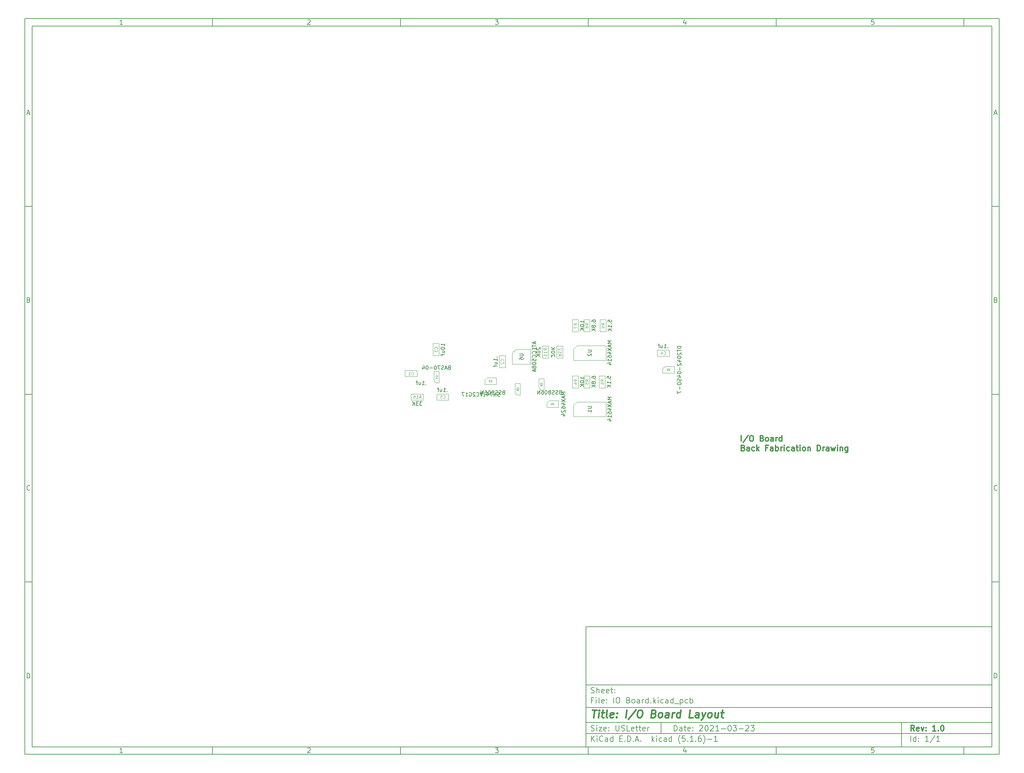
<source format=gbr>
G04 #@! TF.GenerationSoftware,KiCad,Pcbnew,(5.1.6)-1*
G04 #@! TF.CreationDate,2021-03-23T17:10:19-04:00*
G04 #@! TF.ProjectId,IO Board,494f2042-6f61-4726-942e-6b696361645f,1.0*
G04 #@! TF.SameCoordinates,Original*
G04 #@! TF.FileFunction,Other,Fab,Bot*
%FSLAX46Y46*%
G04 Gerber Fmt 4.6, Leading zero omitted, Abs format (unit mm)*
G04 Created by KiCad (PCBNEW (5.1.6)-1) date 2021-03-23 17:10:19*
%MOMM*%
%LPD*%
G01*
G04 APERTURE LIST*
%ADD10C,0.100000*%
%ADD11C,0.150000*%
%ADD12C,0.300000*%
%ADD13C,0.400000*%
%ADD14C,0.075000*%
%ADD15C,0.120000*%
G04 APERTURE END LIST*
D10*
D11*
X159400000Y-171900000D02*
X159400000Y-203900000D01*
X267400000Y-203900000D01*
X267400000Y-171900000D01*
X159400000Y-171900000D01*
D10*
D11*
X10000000Y-10000000D02*
X10000000Y-205900000D01*
X269400000Y-205900000D01*
X269400000Y-10000000D01*
X10000000Y-10000000D01*
D10*
D11*
X12000000Y-12000000D02*
X12000000Y-203900000D01*
X267400000Y-203900000D01*
X267400000Y-12000000D01*
X12000000Y-12000000D01*
D10*
D11*
X60000000Y-12000000D02*
X60000000Y-10000000D01*
D10*
D11*
X110000000Y-12000000D02*
X110000000Y-10000000D01*
D10*
D11*
X160000000Y-12000000D02*
X160000000Y-10000000D01*
D10*
D11*
X210000000Y-12000000D02*
X210000000Y-10000000D01*
D10*
D11*
X260000000Y-12000000D02*
X260000000Y-10000000D01*
D10*
D11*
X36065476Y-11588095D02*
X35322619Y-11588095D01*
X35694047Y-11588095D02*
X35694047Y-10288095D01*
X35570238Y-10473809D01*
X35446428Y-10597619D01*
X35322619Y-10659523D01*
D10*
D11*
X85322619Y-10411904D02*
X85384523Y-10350000D01*
X85508333Y-10288095D01*
X85817857Y-10288095D01*
X85941666Y-10350000D01*
X86003571Y-10411904D01*
X86065476Y-10535714D01*
X86065476Y-10659523D01*
X86003571Y-10845238D01*
X85260714Y-11588095D01*
X86065476Y-11588095D01*
D10*
D11*
X135260714Y-10288095D02*
X136065476Y-10288095D01*
X135632142Y-10783333D01*
X135817857Y-10783333D01*
X135941666Y-10845238D01*
X136003571Y-10907142D01*
X136065476Y-11030952D01*
X136065476Y-11340476D01*
X136003571Y-11464285D01*
X135941666Y-11526190D01*
X135817857Y-11588095D01*
X135446428Y-11588095D01*
X135322619Y-11526190D01*
X135260714Y-11464285D01*
D10*
D11*
X185941666Y-10721428D02*
X185941666Y-11588095D01*
X185632142Y-10226190D02*
X185322619Y-11154761D01*
X186127380Y-11154761D01*
D10*
D11*
X236003571Y-10288095D02*
X235384523Y-10288095D01*
X235322619Y-10907142D01*
X235384523Y-10845238D01*
X235508333Y-10783333D01*
X235817857Y-10783333D01*
X235941666Y-10845238D01*
X236003571Y-10907142D01*
X236065476Y-11030952D01*
X236065476Y-11340476D01*
X236003571Y-11464285D01*
X235941666Y-11526190D01*
X235817857Y-11588095D01*
X235508333Y-11588095D01*
X235384523Y-11526190D01*
X235322619Y-11464285D01*
D10*
D11*
X60000000Y-203900000D02*
X60000000Y-205900000D01*
D10*
D11*
X110000000Y-203900000D02*
X110000000Y-205900000D01*
D10*
D11*
X160000000Y-203900000D02*
X160000000Y-205900000D01*
D10*
D11*
X210000000Y-203900000D02*
X210000000Y-205900000D01*
D10*
D11*
X260000000Y-203900000D02*
X260000000Y-205900000D01*
D10*
D11*
X36065476Y-205488095D02*
X35322619Y-205488095D01*
X35694047Y-205488095D02*
X35694047Y-204188095D01*
X35570238Y-204373809D01*
X35446428Y-204497619D01*
X35322619Y-204559523D01*
D10*
D11*
X85322619Y-204311904D02*
X85384523Y-204250000D01*
X85508333Y-204188095D01*
X85817857Y-204188095D01*
X85941666Y-204250000D01*
X86003571Y-204311904D01*
X86065476Y-204435714D01*
X86065476Y-204559523D01*
X86003571Y-204745238D01*
X85260714Y-205488095D01*
X86065476Y-205488095D01*
D10*
D11*
X135260714Y-204188095D02*
X136065476Y-204188095D01*
X135632142Y-204683333D01*
X135817857Y-204683333D01*
X135941666Y-204745238D01*
X136003571Y-204807142D01*
X136065476Y-204930952D01*
X136065476Y-205240476D01*
X136003571Y-205364285D01*
X135941666Y-205426190D01*
X135817857Y-205488095D01*
X135446428Y-205488095D01*
X135322619Y-205426190D01*
X135260714Y-205364285D01*
D10*
D11*
X185941666Y-204621428D02*
X185941666Y-205488095D01*
X185632142Y-204126190D02*
X185322619Y-205054761D01*
X186127380Y-205054761D01*
D10*
D11*
X236003571Y-204188095D02*
X235384523Y-204188095D01*
X235322619Y-204807142D01*
X235384523Y-204745238D01*
X235508333Y-204683333D01*
X235817857Y-204683333D01*
X235941666Y-204745238D01*
X236003571Y-204807142D01*
X236065476Y-204930952D01*
X236065476Y-205240476D01*
X236003571Y-205364285D01*
X235941666Y-205426190D01*
X235817857Y-205488095D01*
X235508333Y-205488095D01*
X235384523Y-205426190D01*
X235322619Y-205364285D01*
D10*
D11*
X10000000Y-60000000D02*
X12000000Y-60000000D01*
D10*
D11*
X10000000Y-110000000D02*
X12000000Y-110000000D01*
D10*
D11*
X10000000Y-160000000D02*
X12000000Y-160000000D01*
D10*
D11*
X10690476Y-35216666D02*
X11309523Y-35216666D01*
X10566666Y-35588095D02*
X11000000Y-34288095D01*
X11433333Y-35588095D01*
D10*
D11*
X11092857Y-84907142D02*
X11278571Y-84969047D01*
X11340476Y-85030952D01*
X11402380Y-85154761D01*
X11402380Y-85340476D01*
X11340476Y-85464285D01*
X11278571Y-85526190D01*
X11154761Y-85588095D01*
X10659523Y-85588095D01*
X10659523Y-84288095D01*
X11092857Y-84288095D01*
X11216666Y-84350000D01*
X11278571Y-84411904D01*
X11340476Y-84535714D01*
X11340476Y-84659523D01*
X11278571Y-84783333D01*
X11216666Y-84845238D01*
X11092857Y-84907142D01*
X10659523Y-84907142D01*
D10*
D11*
X11402380Y-135464285D02*
X11340476Y-135526190D01*
X11154761Y-135588095D01*
X11030952Y-135588095D01*
X10845238Y-135526190D01*
X10721428Y-135402380D01*
X10659523Y-135278571D01*
X10597619Y-135030952D01*
X10597619Y-134845238D01*
X10659523Y-134597619D01*
X10721428Y-134473809D01*
X10845238Y-134350000D01*
X11030952Y-134288095D01*
X11154761Y-134288095D01*
X11340476Y-134350000D01*
X11402380Y-134411904D01*
D10*
D11*
X10659523Y-185588095D02*
X10659523Y-184288095D01*
X10969047Y-184288095D01*
X11154761Y-184350000D01*
X11278571Y-184473809D01*
X11340476Y-184597619D01*
X11402380Y-184845238D01*
X11402380Y-185030952D01*
X11340476Y-185278571D01*
X11278571Y-185402380D01*
X11154761Y-185526190D01*
X10969047Y-185588095D01*
X10659523Y-185588095D01*
D10*
D11*
X269400000Y-60000000D02*
X267400000Y-60000000D01*
D10*
D11*
X269400000Y-110000000D02*
X267400000Y-110000000D01*
D10*
D11*
X269400000Y-160000000D02*
X267400000Y-160000000D01*
D10*
D11*
X268090476Y-35216666D02*
X268709523Y-35216666D01*
X267966666Y-35588095D02*
X268400000Y-34288095D01*
X268833333Y-35588095D01*
D10*
D11*
X268492857Y-84907142D02*
X268678571Y-84969047D01*
X268740476Y-85030952D01*
X268802380Y-85154761D01*
X268802380Y-85340476D01*
X268740476Y-85464285D01*
X268678571Y-85526190D01*
X268554761Y-85588095D01*
X268059523Y-85588095D01*
X268059523Y-84288095D01*
X268492857Y-84288095D01*
X268616666Y-84350000D01*
X268678571Y-84411904D01*
X268740476Y-84535714D01*
X268740476Y-84659523D01*
X268678571Y-84783333D01*
X268616666Y-84845238D01*
X268492857Y-84907142D01*
X268059523Y-84907142D01*
D10*
D11*
X268802380Y-135464285D02*
X268740476Y-135526190D01*
X268554761Y-135588095D01*
X268430952Y-135588095D01*
X268245238Y-135526190D01*
X268121428Y-135402380D01*
X268059523Y-135278571D01*
X267997619Y-135030952D01*
X267997619Y-134845238D01*
X268059523Y-134597619D01*
X268121428Y-134473809D01*
X268245238Y-134350000D01*
X268430952Y-134288095D01*
X268554761Y-134288095D01*
X268740476Y-134350000D01*
X268802380Y-134411904D01*
D10*
D11*
X268059523Y-185588095D02*
X268059523Y-184288095D01*
X268369047Y-184288095D01*
X268554761Y-184350000D01*
X268678571Y-184473809D01*
X268740476Y-184597619D01*
X268802380Y-184845238D01*
X268802380Y-185030952D01*
X268740476Y-185278571D01*
X268678571Y-185402380D01*
X268554761Y-185526190D01*
X268369047Y-185588095D01*
X268059523Y-185588095D01*
D10*
D11*
X182832142Y-199678571D02*
X182832142Y-198178571D01*
X183189285Y-198178571D01*
X183403571Y-198250000D01*
X183546428Y-198392857D01*
X183617857Y-198535714D01*
X183689285Y-198821428D01*
X183689285Y-199035714D01*
X183617857Y-199321428D01*
X183546428Y-199464285D01*
X183403571Y-199607142D01*
X183189285Y-199678571D01*
X182832142Y-199678571D01*
X184975000Y-199678571D02*
X184975000Y-198892857D01*
X184903571Y-198750000D01*
X184760714Y-198678571D01*
X184475000Y-198678571D01*
X184332142Y-198750000D01*
X184975000Y-199607142D02*
X184832142Y-199678571D01*
X184475000Y-199678571D01*
X184332142Y-199607142D01*
X184260714Y-199464285D01*
X184260714Y-199321428D01*
X184332142Y-199178571D01*
X184475000Y-199107142D01*
X184832142Y-199107142D01*
X184975000Y-199035714D01*
X185475000Y-198678571D02*
X186046428Y-198678571D01*
X185689285Y-198178571D02*
X185689285Y-199464285D01*
X185760714Y-199607142D01*
X185903571Y-199678571D01*
X186046428Y-199678571D01*
X187117857Y-199607142D02*
X186975000Y-199678571D01*
X186689285Y-199678571D01*
X186546428Y-199607142D01*
X186475000Y-199464285D01*
X186475000Y-198892857D01*
X186546428Y-198750000D01*
X186689285Y-198678571D01*
X186975000Y-198678571D01*
X187117857Y-198750000D01*
X187189285Y-198892857D01*
X187189285Y-199035714D01*
X186475000Y-199178571D01*
X187832142Y-199535714D02*
X187903571Y-199607142D01*
X187832142Y-199678571D01*
X187760714Y-199607142D01*
X187832142Y-199535714D01*
X187832142Y-199678571D01*
X187832142Y-198750000D02*
X187903571Y-198821428D01*
X187832142Y-198892857D01*
X187760714Y-198821428D01*
X187832142Y-198750000D01*
X187832142Y-198892857D01*
X189617857Y-198321428D02*
X189689285Y-198250000D01*
X189832142Y-198178571D01*
X190189285Y-198178571D01*
X190332142Y-198250000D01*
X190403571Y-198321428D01*
X190475000Y-198464285D01*
X190475000Y-198607142D01*
X190403571Y-198821428D01*
X189546428Y-199678571D01*
X190475000Y-199678571D01*
X191403571Y-198178571D02*
X191546428Y-198178571D01*
X191689285Y-198250000D01*
X191760714Y-198321428D01*
X191832142Y-198464285D01*
X191903571Y-198750000D01*
X191903571Y-199107142D01*
X191832142Y-199392857D01*
X191760714Y-199535714D01*
X191689285Y-199607142D01*
X191546428Y-199678571D01*
X191403571Y-199678571D01*
X191260714Y-199607142D01*
X191189285Y-199535714D01*
X191117857Y-199392857D01*
X191046428Y-199107142D01*
X191046428Y-198750000D01*
X191117857Y-198464285D01*
X191189285Y-198321428D01*
X191260714Y-198250000D01*
X191403571Y-198178571D01*
X192475000Y-198321428D02*
X192546428Y-198250000D01*
X192689285Y-198178571D01*
X193046428Y-198178571D01*
X193189285Y-198250000D01*
X193260714Y-198321428D01*
X193332142Y-198464285D01*
X193332142Y-198607142D01*
X193260714Y-198821428D01*
X192403571Y-199678571D01*
X193332142Y-199678571D01*
X194760714Y-199678571D02*
X193903571Y-199678571D01*
X194332142Y-199678571D02*
X194332142Y-198178571D01*
X194189285Y-198392857D01*
X194046428Y-198535714D01*
X193903571Y-198607142D01*
X195403571Y-199107142D02*
X196546428Y-199107142D01*
X197546428Y-198178571D02*
X197689285Y-198178571D01*
X197832142Y-198250000D01*
X197903571Y-198321428D01*
X197975000Y-198464285D01*
X198046428Y-198750000D01*
X198046428Y-199107142D01*
X197975000Y-199392857D01*
X197903571Y-199535714D01*
X197832142Y-199607142D01*
X197689285Y-199678571D01*
X197546428Y-199678571D01*
X197403571Y-199607142D01*
X197332142Y-199535714D01*
X197260714Y-199392857D01*
X197189285Y-199107142D01*
X197189285Y-198750000D01*
X197260714Y-198464285D01*
X197332142Y-198321428D01*
X197403571Y-198250000D01*
X197546428Y-198178571D01*
X198546428Y-198178571D02*
X199475000Y-198178571D01*
X198975000Y-198750000D01*
X199189285Y-198750000D01*
X199332142Y-198821428D01*
X199403571Y-198892857D01*
X199475000Y-199035714D01*
X199475000Y-199392857D01*
X199403571Y-199535714D01*
X199332142Y-199607142D01*
X199189285Y-199678571D01*
X198760714Y-199678571D01*
X198617857Y-199607142D01*
X198546428Y-199535714D01*
X200117857Y-199107142D02*
X201260714Y-199107142D01*
X201903571Y-198321428D02*
X201975000Y-198250000D01*
X202117857Y-198178571D01*
X202475000Y-198178571D01*
X202617857Y-198250000D01*
X202689285Y-198321428D01*
X202760714Y-198464285D01*
X202760714Y-198607142D01*
X202689285Y-198821428D01*
X201832142Y-199678571D01*
X202760714Y-199678571D01*
X203260714Y-198178571D02*
X204189285Y-198178571D01*
X203689285Y-198750000D01*
X203903571Y-198750000D01*
X204046428Y-198821428D01*
X204117857Y-198892857D01*
X204189285Y-199035714D01*
X204189285Y-199392857D01*
X204117857Y-199535714D01*
X204046428Y-199607142D01*
X203903571Y-199678571D01*
X203475000Y-199678571D01*
X203332142Y-199607142D01*
X203260714Y-199535714D01*
D10*
D11*
X159400000Y-200400000D02*
X267400000Y-200400000D01*
D10*
D11*
X160832142Y-202478571D02*
X160832142Y-200978571D01*
X161689285Y-202478571D02*
X161046428Y-201621428D01*
X161689285Y-200978571D02*
X160832142Y-201835714D01*
X162332142Y-202478571D02*
X162332142Y-201478571D01*
X162332142Y-200978571D02*
X162260714Y-201050000D01*
X162332142Y-201121428D01*
X162403571Y-201050000D01*
X162332142Y-200978571D01*
X162332142Y-201121428D01*
X163903571Y-202335714D02*
X163832142Y-202407142D01*
X163617857Y-202478571D01*
X163475000Y-202478571D01*
X163260714Y-202407142D01*
X163117857Y-202264285D01*
X163046428Y-202121428D01*
X162975000Y-201835714D01*
X162975000Y-201621428D01*
X163046428Y-201335714D01*
X163117857Y-201192857D01*
X163260714Y-201050000D01*
X163475000Y-200978571D01*
X163617857Y-200978571D01*
X163832142Y-201050000D01*
X163903571Y-201121428D01*
X165189285Y-202478571D02*
X165189285Y-201692857D01*
X165117857Y-201550000D01*
X164975000Y-201478571D01*
X164689285Y-201478571D01*
X164546428Y-201550000D01*
X165189285Y-202407142D02*
X165046428Y-202478571D01*
X164689285Y-202478571D01*
X164546428Y-202407142D01*
X164475000Y-202264285D01*
X164475000Y-202121428D01*
X164546428Y-201978571D01*
X164689285Y-201907142D01*
X165046428Y-201907142D01*
X165189285Y-201835714D01*
X166546428Y-202478571D02*
X166546428Y-200978571D01*
X166546428Y-202407142D02*
X166403571Y-202478571D01*
X166117857Y-202478571D01*
X165975000Y-202407142D01*
X165903571Y-202335714D01*
X165832142Y-202192857D01*
X165832142Y-201764285D01*
X165903571Y-201621428D01*
X165975000Y-201550000D01*
X166117857Y-201478571D01*
X166403571Y-201478571D01*
X166546428Y-201550000D01*
X168403571Y-201692857D02*
X168903571Y-201692857D01*
X169117857Y-202478571D02*
X168403571Y-202478571D01*
X168403571Y-200978571D01*
X169117857Y-200978571D01*
X169760714Y-202335714D02*
X169832142Y-202407142D01*
X169760714Y-202478571D01*
X169689285Y-202407142D01*
X169760714Y-202335714D01*
X169760714Y-202478571D01*
X170475000Y-202478571D02*
X170475000Y-200978571D01*
X170832142Y-200978571D01*
X171046428Y-201050000D01*
X171189285Y-201192857D01*
X171260714Y-201335714D01*
X171332142Y-201621428D01*
X171332142Y-201835714D01*
X171260714Y-202121428D01*
X171189285Y-202264285D01*
X171046428Y-202407142D01*
X170832142Y-202478571D01*
X170475000Y-202478571D01*
X171975000Y-202335714D02*
X172046428Y-202407142D01*
X171975000Y-202478571D01*
X171903571Y-202407142D01*
X171975000Y-202335714D01*
X171975000Y-202478571D01*
X172617857Y-202050000D02*
X173332142Y-202050000D01*
X172475000Y-202478571D02*
X172975000Y-200978571D01*
X173475000Y-202478571D01*
X173975000Y-202335714D02*
X174046428Y-202407142D01*
X173975000Y-202478571D01*
X173903571Y-202407142D01*
X173975000Y-202335714D01*
X173975000Y-202478571D01*
X176975000Y-202478571D02*
X176975000Y-200978571D01*
X177117857Y-201907142D02*
X177546428Y-202478571D01*
X177546428Y-201478571D02*
X176975000Y-202050000D01*
X178189285Y-202478571D02*
X178189285Y-201478571D01*
X178189285Y-200978571D02*
X178117857Y-201050000D01*
X178189285Y-201121428D01*
X178260714Y-201050000D01*
X178189285Y-200978571D01*
X178189285Y-201121428D01*
X179546428Y-202407142D02*
X179403571Y-202478571D01*
X179117857Y-202478571D01*
X178975000Y-202407142D01*
X178903571Y-202335714D01*
X178832142Y-202192857D01*
X178832142Y-201764285D01*
X178903571Y-201621428D01*
X178975000Y-201550000D01*
X179117857Y-201478571D01*
X179403571Y-201478571D01*
X179546428Y-201550000D01*
X180832142Y-202478571D02*
X180832142Y-201692857D01*
X180760714Y-201550000D01*
X180617857Y-201478571D01*
X180332142Y-201478571D01*
X180189285Y-201550000D01*
X180832142Y-202407142D02*
X180689285Y-202478571D01*
X180332142Y-202478571D01*
X180189285Y-202407142D01*
X180117857Y-202264285D01*
X180117857Y-202121428D01*
X180189285Y-201978571D01*
X180332142Y-201907142D01*
X180689285Y-201907142D01*
X180832142Y-201835714D01*
X182189285Y-202478571D02*
X182189285Y-200978571D01*
X182189285Y-202407142D02*
X182046428Y-202478571D01*
X181760714Y-202478571D01*
X181617857Y-202407142D01*
X181546428Y-202335714D01*
X181475000Y-202192857D01*
X181475000Y-201764285D01*
X181546428Y-201621428D01*
X181617857Y-201550000D01*
X181760714Y-201478571D01*
X182046428Y-201478571D01*
X182189285Y-201550000D01*
X184475000Y-203050000D02*
X184403571Y-202978571D01*
X184260714Y-202764285D01*
X184189285Y-202621428D01*
X184117857Y-202407142D01*
X184046428Y-202050000D01*
X184046428Y-201764285D01*
X184117857Y-201407142D01*
X184189285Y-201192857D01*
X184260714Y-201050000D01*
X184403571Y-200835714D01*
X184475000Y-200764285D01*
X185760714Y-200978571D02*
X185046428Y-200978571D01*
X184975000Y-201692857D01*
X185046428Y-201621428D01*
X185189285Y-201550000D01*
X185546428Y-201550000D01*
X185689285Y-201621428D01*
X185760714Y-201692857D01*
X185832142Y-201835714D01*
X185832142Y-202192857D01*
X185760714Y-202335714D01*
X185689285Y-202407142D01*
X185546428Y-202478571D01*
X185189285Y-202478571D01*
X185046428Y-202407142D01*
X184975000Y-202335714D01*
X186475000Y-202335714D02*
X186546428Y-202407142D01*
X186475000Y-202478571D01*
X186403571Y-202407142D01*
X186475000Y-202335714D01*
X186475000Y-202478571D01*
X187975000Y-202478571D02*
X187117857Y-202478571D01*
X187546428Y-202478571D02*
X187546428Y-200978571D01*
X187403571Y-201192857D01*
X187260714Y-201335714D01*
X187117857Y-201407142D01*
X188617857Y-202335714D02*
X188689285Y-202407142D01*
X188617857Y-202478571D01*
X188546428Y-202407142D01*
X188617857Y-202335714D01*
X188617857Y-202478571D01*
X189975000Y-200978571D02*
X189689285Y-200978571D01*
X189546428Y-201050000D01*
X189475000Y-201121428D01*
X189332142Y-201335714D01*
X189260714Y-201621428D01*
X189260714Y-202192857D01*
X189332142Y-202335714D01*
X189403571Y-202407142D01*
X189546428Y-202478571D01*
X189832142Y-202478571D01*
X189975000Y-202407142D01*
X190046428Y-202335714D01*
X190117857Y-202192857D01*
X190117857Y-201835714D01*
X190046428Y-201692857D01*
X189975000Y-201621428D01*
X189832142Y-201550000D01*
X189546428Y-201550000D01*
X189403571Y-201621428D01*
X189332142Y-201692857D01*
X189260714Y-201835714D01*
X190617857Y-203050000D02*
X190689285Y-202978571D01*
X190832142Y-202764285D01*
X190903571Y-202621428D01*
X190975000Y-202407142D01*
X191046428Y-202050000D01*
X191046428Y-201764285D01*
X190975000Y-201407142D01*
X190903571Y-201192857D01*
X190832142Y-201050000D01*
X190689285Y-200835714D01*
X190617857Y-200764285D01*
X191760714Y-201907142D02*
X192903571Y-201907142D01*
X194403571Y-202478571D02*
X193546428Y-202478571D01*
X193975000Y-202478571D02*
X193975000Y-200978571D01*
X193832142Y-201192857D01*
X193689285Y-201335714D01*
X193546428Y-201407142D01*
D10*
D11*
X159400000Y-197400000D02*
X267400000Y-197400000D01*
D10*
D12*
X246809285Y-199678571D02*
X246309285Y-198964285D01*
X245952142Y-199678571D02*
X245952142Y-198178571D01*
X246523571Y-198178571D01*
X246666428Y-198250000D01*
X246737857Y-198321428D01*
X246809285Y-198464285D01*
X246809285Y-198678571D01*
X246737857Y-198821428D01*
X246666428Y-198892857D01*
X246523571Y-198964285D01*
X245952142Y-198964285D01*
X248023571Y-199607142D02*
X247880714Y-199678571D01*
X247595000Y-199678571D01*
X247452142Y-199607142D01*
X247380714Y-199464285D01*
X247380714Y-198892857D01*
X247452142Y-198750000D01*
X247595000Y-198678571D01*
X247880714Y-198678571D01*
X248023571Y-198750000D01*
X248095000Y-198892857D01*
X248095000Y-199035714D01*
X247380714Y-199178571D01*
X248595000Y-198678571D02*
X248952142Y-199678571D01*
X249309285Y-198678571D01*
X249880714Y-199535714D02*
X249952142Y-199607142D01*
X249880714Y-199678571D01*
X249809285Y-199607142D01*
X249880714Y-199535714D01*
X249880714Y-199678571D01*
X249880714Y-198750000D02*
X249952142Y-198821428D01*
X249880714Y-198892857D01*
X249809285Y-198821428D01*
X249880714Y-198750000D01*
X249880714Y-198892857D01*
X252523571Y-199678571D02*
X251666428Y-199678571D01*
X252095000Y-199678571D02*
X252095000Y-198178571D01*
X251952142Y-198392857D01*
X251809285Y-198535714D01*
X251666428Y-198607142D01*
X253166428Y-199535714D02*
X253237857Y-199607142D01*
X253166428Y-199678571D01*
X253095000Y-199607142D01*
X253166428Y-199535714D01*
X253166428Y-199678571D01*
X254166428Y-198178571D02*
X254309285Y-198178571D01*
X254452142Y-198250000D01*
X254523571Y-198321428D01*
X254595000Y-198464285D01*
X254666428Y-198750000D01*
X254666428Y-199107142D01*
X254595000Y-199392857D01*
X254523571Y-199535714D01*
X254452142Y-199607142D01*
X254309285Y-199678571D01*
X254166428Y-199678571D01*
X254023571Y-199607142D01*
X253952142Y-199535714D01*
X253880714Y-199392857D01*
X253809285Y-199107142D01*
X253809285Y-198750000D01*
X253880714Y-198464285D01*
X253952142Y-198321428D01*
X254023571Y-198250000D01*
X254166428Y-198178571D01*
D10*
D11*
X160760714Y-199607142D02*
X160975000Y-199678571D01*
X161332142Y-199678571D01*
X161475000Y-199607142D01*
X161546428Y-199535714D01*
X161617857Y-199392857D01*
X161617857Y-199250000D01*
X161546428Y-199107142D01*
X161475000Y-199035714D01*
X161332142Y-198964285D01*
X161046428Y-198892857D01*
X160903571Y-198821428D01*
X160832142Y-198750000D01*
X160760714Y-198607142D01*
X160760714Y-198464285D01*
X160832142Y-198321428D01*
X160903571Y-198250000D01*
X161046428Y-198178571D01*
X161403571Y-198178571D01*
X161617857Y-198250000D01*
X162260714Y-199678571D02*
X162260714Y-198678571D01*
X162260714Y-198178571D02*
X162189285Y-198250000D01*
X162260714Y-198321428D01*
X162332142Y-198250000D01*
X162260714Y-198178571D01*
X162260714Y-198321428D01*
X162832142Y-198678571D02*
X163617857Y-198678571D01*
X162832142Y-199678571D01*
X163617857Y-199678571D01*
X164760714Y-199607142D02*
X164617857Y-199678571D01*
X164332142Y-199678571D01*
X164189285Y-199607142D01*
X164117857Y-199464285D01*
X164117857Y-198892857D01*
X164189285Y-198750000D01*
X164332142Y-198678571D01*
X164617857Y-198678571D01*
X164760714Y-198750000D01*
X164832142Y-198892857D01*
X164832142Y-199035714D01*
X164117857Y-199178571D01*
X165475000Y-199535714D02*
X165546428Y-199607142D01*
X165475000Y-199678571D01*
X165403571Y-199607142D01*
X165475000Y-199535714D01*
X165475000Y-199678571D01*
X165475000Y-198750000D02*
X165546428Y-198821428D01*
X165475000Y-198892857D01*
X165403571Y-198821428D01*
X165475000Y-198750000D01*
X165475000Y-198892857D01*
X167332142Y-198178571D02*
X167332142Y-199392857D01*
X167403571Y-199535714D01*
X167475000Y-199607142D01*
X167617857Y-199678571D01*
X167903571Y-199678571D01*
X168046428Y-199607142D01*
X168117857Y-199535714D01*
X168189285Y-199392857D01*
X168189285Y-198178571D01*
X168832142Y-199607142D02*
X169046428Y-199678571D01*
X169403571Y-199678571D01*
X169546428Y-199607142D01*
X169617857Y-199535714D01*
X169689285Y-199392857D01*
X169689285Y-199250000D01*
X169617857Y-199107142D01*
X169546428Y-199035714D01*
X169403571Y-198964285D01*
X169117857Y-198892857D01*
X168975000Y-198821428D01*
X168903571Y-198750000D01*
X168832142Y-198607142D01*
X168832142Y-198464285D01*
X168903571Y-198321428D01*
X168975000Y-198250000D01*
X169117857Y-198178571D01*
X169475000Y-198178571D01*
X169689285Y-198250000D01*
X171046428Y-199678571D02*
X170332142Y-199678571D01*
X170332142Y-198178571D01*
X172117857Y-199607142D02*
X171975000Y-199678571D01*
X171689285Y-199678571D01*
X171546428Y-199607142D01*
X171475000Y-199464285D01*
X171475000Y-198892857D01*
X171546428Y-198750000D01*
X171689285Y-198678571D01*
X171975000Y-198678571D01*
X172117857Y-198750000D01*
X172189285Y-198892857D01*
X172189285Y-199035714D01*
X171475000Y-199178571D01*
X172617857Y-198678571D02*
X173189285Y-198678571D01*
X172832142Y-198178571D02*
X172832142Y-199464285D01*
X172903571Y-199607142D01*
X173046428Y-199678571D01*
X173189285Y-199678571D01*
X173475000Y-198678571D02*
X174046428Y-198678571D01*
X173689285Y-198178571D02*
X173689285Y-199464285D01*
X173760714Y-199607142D01*
X173903571Y-199678571D01*
X174046428Y-199678571D01*
X175117857Y-199607142D02*
X174975000Y-199678571D01*
X174689285Y-199678571D01*
X174546428Y-199607142D01*
X174475000Y-199464285D01*
X174475000Y-198892857D01*
X174546428Y-198750000D01*
X174689285Y-198678571D01*
X174975000Y-198678571D01*
X175117857Y-198750000D01*
X175189285Y-198892857D01*
X175189285Y-199035714D01*
X174475000Y-199178571D01*
X175832142Y-199678571D02*
X175832142Y-198678571D01*
X175832142Y-198964285D02*
X175903571Y-198821428D01*
X175975000Y-198750000D01*
X176117857Y-198678571D01*
X176260714Y-198678571D01*
D10*
D11*
X245832142Y-202478571D02*
X245832142Y-200978571D01*
X247189285Y-202478571D02*
X247189285Y-200978571D01*
X247189285Y-202407142D02*
X247046428Y-202478571D01*
X246760714Y-202478571D01*
X246617857Y-202407142D01*
X246546428Y-202335714D01*
X246475000Y-202192857D01*
X246475000Y-201764285D01*
X246546428Y-201621428D01*
X246617857Y-201550000D01*
X246760714Y-201478571D01*
X247046428Y-201478571D01*
X247189285Y-201550000D01*
X247903571Y-202335714D02*
X247975000Y-202407142D01*
X247903571Y-202478571D01*
X247832142Y-202407142D01*
X247903571Y-202335714D01*
X247903571Y-202478571D01*
X247903571Y-201550000D02*
X247975000Y-201621428D01*
X247903571Y-201692857D01*
X247832142Y-201621428D01*
X247903571Y-201550000D01*
X247903571Y-201692857D01*
X250546428Y-202478571D02*
X249689285Y-202478571D01*
X250117857Y-202478571D02*
X250117857Y-200978571D01*
X249975000Y-201192857D01*
X249832142Y-201335714D01*
X249689285Y-201407142D01*
X252260714Y-200907142D02*
X250975000Y-202835714D01*
X253546428Y-202478571D02*
X252689285Y-202478571D01*
X253117857Y-202478571D02*
X253117857Y-200978571D01*
X252975000Y-201192857D01*
X252832142Y-201335714D01*
X252689285Y-201407142D01*
D10*
D11*
X159400000Y-193400000D02*
X267400000Y-193400000D01*
D10*
D13*
X161112380Y-194104761D02*
X162255238Y-194104761D01*
X161433809Y-196104761D02*
X161683809Y-194104761D01*
X162671904Y-196104761D02*
X162838571Y-194771428D01*
X162921904Y-194104761D02*
X162814761Y-194200000D01*
X162898095Y-194295238D01*
X163005238Y-194200000D01*
X162921904Y-194104761D01*
X162898095Y-194295238D01*
X163505238Y-194771428D02*
X164267142Y-194771428D01*
X163874285Y-194104761D02*
X163660000Y-195819047D01*
X163731428Y-196009523D01*
X163910000Y-196104761D01*
X164100476Y-196104761D01*
X165052857Y-196104761D02*
X164874285Y-196009523D01*
X164802857Y-195819047D01*
X165017142Y-194104761D01*
X166588571Y-196009523D02*
X166386190Y-196104761D01*
X166005238Y-196104761D01*
X165826666Y-196009523D01*
X165755238Y-195819047D01*
X165850476Y-195057142D01*
X165969523Y-194866666D01*
X166171904Y-194771428D01*
X166552857Y-194771428D01*
X166731428Y-194866666D01*
X166802857Y-195057142D01*
X166779047Y-195247619D01*
X165802857Y-195438095D01*
X167552857Y-195914285D02*
X167636190Y-196009523D01*
X167529047Y-196104761D01*
X167445714Y-196009523D01*
X167552857Y-195914285D01*
X167529047Y-196104761D01*
X167683809Y-194866666D02*
X167767142Y-194961904D01*
X167660000Y-195057142D01*
X167576666Y-194961904D01*
X167683809Y-194866666D01*
X167660000Y-195057142D01*
X170005238Y-196104761D02*
X170255238Y-194104761D01*
X172648095Y-194009523D02*
X170612380Y-196580952D01*
X173683809Y-194104761D02*
X174064761Y-194104761D01*
X174243333Y-194200000D01*
X174410000Y-194390476D01*
X174457619Y-194771428D01*
X174374285Y-195438095D01*
X174231428Y-195819047D01*
X174017142Y-196009523D01*
X173814761Y-196104761D01*
X173433809Y-196104761D01*
X173255238Y-196009523D01*
X173088571Y-195819047D01*
X173040952Y-195438095D01*
X173124285Y-194771428D01*
X173267142Y-194390476D01*
X173481428Y-194200000D01*
X173683809Y-194104761D01*
X177469523Y-195057142D02*
X177743333Y-195152380D01*
X177826666Y-195247619D01*
X177898095Y-195438095D01*
X177862380Y-195723809D01*
X177743333Y-195914285D01*
X177636190Y-196009523D01*
X177433809Y-196104761D01*
X176671904Y-196104761D01*
X176921904Y-194104761D01*
X177588571Y-194104761D01*
X177767142Y-194200000D01*
X177850476Y-194295238D01*
X177921904Y-194485714D01*
X177898095Y-194676190D01*
X177779047Y-194866666D01*
X177671904Y-194961904D01*
X177469523Y-195057142D01*
X176802857Y-195057142D01*
X178957619Y-196104761D02*
X178779047Y-196009523D01*
X178695714Y-195914285D01*
X178624285Y-195723809D01*
X178695714Y-195152380D01*
X178814761Y-194961904D01*
X178921904Y-194866666D01*
X179124285Y-194771428D01*
X179410000Y-194771428D01*
X179588571Y-194866666D01*
X179671904Y-194961904D01*
X179743333Y-195152380D01*
X179671904Y-195723809D01*
X179552857Y-195914285D01*
X179445714Y-196009523D01*
X179243333Y-196104761D01*
X178957619Y-196104761D01*
X181338571Y-196104761D02*
X181469523Y-195057142D01*
X181398095Y-194866666D01*
X181219523Y-194771428D01*
X180838571Y-194771428D01*
X180636190Y-194866666D01*
X181350476Y-196009523D02*
X181148095Y-196104761D01*
X180671904Y-196104761D01*
X180493333Y-196009523D01*
X180421904Y-195819047D01*
X180445714Y-195628571D01*
X180564761Y-195438095D01*
X180767142Y-195342857D01*
X181243333Y-195342857D01*
X181445714Y-195247619D01*
X182290952Y-196104761D02*
X182457619Y-194771428D01*
X182410000Y-195152380D02*
X182529047Y-194961904D01*
X182636190Y-194866666D01*
X182838571Y-194771428D01*
X183029047Y-194771428D01*
X184386190Y-196104761D02*
X184636190Y-194104761D01*
X184398095Y-196009523D02*
X184195714Y-196104761D01*
X183814761Y-196104761D01*
X183636190Y-196009523D01*
X183552857Y-195914285D01*
X183481428Y-195723809D01*
X183552857Y-195152380D01*
X183671904Y-194961904D01*
X183779047Y-194866666D01*
X183981428Y-194771428D01*
X184362380Y-194771428D01*
X184540952Y-194866666D01*
X187814761Y-196104761D02*
X186862380Y-196104761D01*
X187112380Y-194104761D01*
X189338571Y-196104761D02*
X189469523Y-195057142D01*
X189398095Y-194866666D01*
X189219523Y-194771428D01*
X188838571Y-194771428D01*
X188636190Y-194866666D01*
X189350476Y-196009523D02*
X189148095Y-196104761D01*
X188671904Y-196104761D01*
X188493333Y-196009523D01*
X188421904Y-195819047D01*
X188445714Y-195628571D01*
X188564761Y-195438095D01*
X188767142Y-195342857D01*
X189243333Y-195342857D01*
X189445714Y-195247619D01*
X190267142Y-194771428D02*
X190576666Y-196104761D01*
X191219523Y-194771428D02*
X190576666Y-196104761D01*
X190326666Y-196580952D01*
X190219523Y-196676190D01*
X190017142Y-196771428D01*
X192100476Y-196104761D02*
X191921904Y-196009523D01*
X191838571Y-195914285D01*
X191767142Y-195723809D01*
X191838571Y-195152380D01*
X191957619Y-194961904D01*
X192064761Y-194866666D01*
X192267142Y-194771428D01*
X192552857Y-194771428D01*
X192731428Y-194866666D01*
X192814761Y-194961904D01*
X192886190Y-195152380D01*
X192814761Y-195723809D01*
X192695714Y-195914285D01*
X192588571Y-196009523D01*
X192386190Y-196104761D01*
X192100476Y-196104761D01*
X194648095Y-194771428D02*
X194481428Y-196104761D01*
X193790952Y-194771428D02*
X193660000Y-195819047D01*
X193731428Y-196009523D01*
X193910000Y-196104761D01*
X194195714Y-196104761D01*
X194398095Y-196009523D01*
X194505238Y-195914285D01*
X195314761Y-194771428D02*
X196076666Y-194771428D01*
X195683809Y-194104761D02*
X195469523Y-195819047D01*
X195540952Y-196009523D01*
X195719523Y-196104761D01*
X195910000Y-196104761D01*
D10*
D11*
X161332142Y-191492857D02*
X160832142Y-191492857D01*
X160832142Y-192278571D02*
X160832142Y-190778571D01*
X161546428Y-190778571D01*
X162117857Y-192278571D02*
X162117857Y-191278571D01*
X162117857Y-190778571D02*
X162046428Y-190850000D01*
X162117857Y-190921428D01*
X162189285Y-190850000D01*
X162117857Y-190778571D01*
X162117857Y-190921428D01*
X163046428Y-192278571D02*
X162903571Y-192207142D01*
X162832142Y-192064285D01*
X162832142Y-190778571D01*
X164189285Y-192207142D02*
X164046428Y-192278571D01*
X163760714Y-192278571D01*
X163617857Y-192207142D01*
X163546428Y-192064285D01*
X163546428Y-191492857D01*
X163617857Y-191350000D01*
X163760714Y-191278571D01*
X164046428Y-191278571D01*
X164189285Y-191350000D01*
X164260714Y-191492857D01*
X164260714Y-191635714D01*
X163546428Y-191778571D01*
X164903571Y-192135714D02*
X164975000Y-192207142D01*
X164903571Y-192278571D01*
X164832142Y-192207142D01*
X164903571Y-192135714D01*
X164903571Y-192278571D01*
X164903571Y-191350000D02*
X164975000Y-191421428D01*
X164903571Y-191492857D01*
X164832142Y-191421428D01*
X164903571Y-191350000D01*
X164903571Y-191492857D01*
X166760714Y-192278571D02*
X166760714Y-190778571D01*
X167760714Y-190778571D02*
X168046428Y-190778571D01*
X168189285Y-190850000D01*
X168332142Y-190992857D01*
X168403571Y-191278571D01*
X168403571Y-191778571D01*
X168332142Y-192064285D01*
X168189285Y-192207142D01*
X168046428Y-192278571D01*
X167760714Y-192278571D01*
X167617857Y-192207142D01*
X167475000Y-192064285D01*
X167403571Y-191778571D01*
X167403571Y-191278571D01*
X167475000Y-190992857D01*
X167617857Y-190850000D01*
X167760714Y-190778571D01*
X170689285Y-191492857D02*
X170903571Y-191564285D01*
X170975000Y-191635714D01*
X171046428Y-191778571D01*
X171046428Y-191992857D01*
X170975000Y-192135714D01*
X170903571Y-192207142D01*
X170760714Y-192278571D01*
X170189285Y-192278571D01*
X170189285Y-190778571D01*
X170689285Y-190778571D01*
X170832142Y-190850000D01*
X170903571Y-190921428D01*
X170975000Y-191064285D01*
X170975000Y-191207142D01*
X170903571Y-191350000D01*
X170832142Y-191421428D01*
X170689285Y-191492857D01*
X170189285Y-191492857D01*
X171903571Y-192278571D02*
X171760714Y-192207142D01*
X171689285Y-192135714D01*
X171617857Y-191992857D01*
X171617857Y-191564285D01*
X171689285Y-191421428D01*
X171760714Y-191350000D01*
X171903571Y-191278571D01*
X172117857Y-191278571D01*
X172260714Y-191350000D01*
X172332142Y-191421428D01*
X172403571Y-191564285D01*
X172403571Y-191992857D01*
X172332142Y-192135714D01*
X172260714Y-192207142D01*
X172117857Y-192278571D01*
X171903571Y-192278571D01*
X173689285Y-192278571D02*
X173689285Y-191492857D01*
X173617857Y-191350000D01*
X173475000Y-191278571D01*
X173189285Y-191278571D01*
X173046428Y-191350000D01*
X173689285Y-192207142D02*
X173546428Y-192278571D01*
X173189285Y-192278571D01*
X173046428Y-192207142D01*
X172975000Y-192064285D01*
X172975000Y-191921428D01*
X173046428Y-191778571D01*
X173189285Y-191707142D01*
X173546428Y-191707142D01*
X173689285Y-191635714D01*
X174403571Y-192278571D02*
X174403571Y-191278571D01*
X174403571Y-191564285D02*
X174475000Y-191421428D01*
X174546428Y-191350000D01*
X174689285Y-191278571D01*
X174832142Y-191278571D01*
X175975000Y-192278571D02*
X175975000Y-190778571D01*
X175975000Y-192207142D02*
X175832142Y-192278571D01*
X175546428Y-192278571D01*
X175403571Y-192207142D01*
X175332142Y-192135714D01*
X175260714Y-191992857D01*
X175260714Y-191564285D01*
X175332142Y-191421428D01*
X175403571Y-191350000D01*
X175546428Y-191278571D01*
X175832142Y-191278571D01*
X175975000Y-191350000D01*
X176689285Y-192135714D02*
X176760714Y-192207142D01*
X176689285Y-192278571D01*
X176617857Y-192207142D01*
X176689285Y-192135714D01*
X176689285Y-192278571D01*
X177403571Y-192278571D02*
X177403571Y-190778571D01*
X177546428Y-191707142D02*
X177975000Y-192278571D01*
X177975000Y-191278571D02*
X177403571Y-191850000D01*
X178617857Y-192278571D02*
X178617857Y-191278571D01*
X178617857Y-190778571D02*
X178546428Y-190850000D01*
X178617857Y-190921428D01*
X178689285Y-190850000D01*
X178617857Y-190778571D01*
X178617857Y-190921428D01*
X179975000Y-192207142D02*
X179832142Y-192278571D01*
X179546428Y-192278571D01*
X179403571Y-192207142D01*
X179332142Y-192135714D01*
X179260714Y-191992857D01*
X179260714Y-191564285D01*
X179332142Y-191421428D01*
X179403571Y-191350000D01*
X179546428Y-191278571D01*
X179832142Y-191278571D01*
X179975000Y-191350000D01*
X181260714Y-192278571D02*
X181260714Y-191492857D01*
X181189285Y-191350000D01*
X181046428Y-191278571D01*
X180760714Y-191278571D01*
X180617857Y-191350000D01*
X181260714Y-192207142D02*
X181117857Y-192278571D01*
X180760714Y-192278571D01*
X180617857Y-192207142D01*
X180546428Y-192064285D01*
X180546428Y-191921428D01*
X180617857Y-191778571D01*
X180760714Y-191707142D01*
X181117857Y-191707142D01*
X181260714Y-191635714D01*
X182617857Y-192278571D02*
X182617857Y-190778571D01*
X182617857Y-192207142D02*
X182475000Y-192278571D01*
X182189285Y-192278571D01*
X182046428Y-192207142D01*
X181975000Y-192135714D01*
X181903571Y-191992857D01*
X181903571Y-191564285D01*
X181975000Y-191421428D01*
X182046428Y-191350000D01*
X182189285Y-191278571D01*
X182475000Y-191278571D01*
X182617857Y-191350000D01*
X182975000Y-192421428D02*
X184117857Y-192421428D01*
X184475000Y-191278571D02*
X184475000Y-192778571D01*
X184475000Y-191350000D02*
X184617857Y-191278571D01*
X184903571Y-191278571D01*
X185046428Y-191350000D01*
X185117857Y-191421428D01*
X185189285Y-191564285D01*
X185189285Y-191992857D01*
X185117857Y-192135714D01*
X185046428Y-192207142D01*
X184903571Y-192278571D01*
X184617857Y-192278571D01*
X184475000Y-192207142D01*
X186475000Y-192207142D02*
X186332142Y-192278571D01*
X186046428Y-192278571D01*
X185903571Y-192207142D01*
X185832142Y-192135714D01*
X185760714Y-191992857D01*
X185760714Y-191564285D01*
X185832142Y-191421428D01*
X185903571Y-191350000D01*
X186046428Y-191278571D01*
X186332142Y-191278571D01*
X186475000Y-191350000D01*
X187117857Y-192278571D02*
X187117857Y-190778571D01*
X187117857Y-191350000D02*
X187260714Y-191278571D01*
X187546428Y-191278571D01*
X187689285Y-191350000D01*
X187760714Y-191421428D01*
X187832142Y-191564285D01*
X187832142Y-191992857D01*
X187760714Y-192135714D01*
X187689285Y-192207142D01*
X187546428Y-192278571D01*
X187260714Y-192278571D01*
X187117857Y-192207142D01*
D10*
D11*
X159400000Y-187400000D02*
X267400000Y-187400000D01*
D10*
D11*
X160760714Y-189507142D02*
X160975000Y-189578571D01*
X161332142Y-189578571D01*
X161475000Y-189507142D01*
X161546428Y-189435714D01*
X161617857Y-189292857D01*
X161617857Y-189150000D01*
X161546428Y-189007142D01*
X161475000Y-188935714D01*
X161332142Y-188864285D01*
X161046428Y-188792857D01*
X160903571Y-188721428D01*
X160832142Y-188650000D01*
X160760714Y-188507142D01*
X160760714Y-188364285D01*
X160832142Y-188221428D01*
X160903571Y-188150000D01*
X161046428Y-188078571D01*
X161403571Y-188078571D01*
X161617857Y-188150000D01*
X162260714Y-189578571D02*
X162260714Y-188078571D01*
X162903571Y-189578571D02*
X162903571Y-188792857D01*
X162832142Y-188650000D01*
X162689285Y-188578571D01*
X162475000Y-188578571D01*
X162332142Y-188650000D01*
X162260714Y-188721428D01*
X164189285Y-189507142D02*
X164046428Y-189578571D01*
X163760714Y-189578571D01*
X163617857Y-189507142D01*
X163546428Y-189364285D01*
X163546428Y-188792857D01*
X163617857Y-188650000D01*
X163760714Y-188578571D01*
X164046428Y-188578571D01*
X164189285Y-188650000D01*
X164260714Y-188792857D01*
X164260714Y-188935714D01*
X163546428Y-189078571D01*
X165475000Y-189507142D02*
X165332142Y-189578571D01*
X165046428Y-189578571D01*
X164903571Y-189507142D01*
X164832142Y-189364285D01*
X164832142Y-188792857D01*
X164903571Y-188650000D01*
X165046428Y-188578571D01*
X165332142Y-188578571D01*
X165475000Y-188650000D01*
X165546428Y-188792857D01*
X165546428Y-188935714D01*
X164832142Y-189078571D01*
X165975000Y-188578571D02*
X166546428Y-188578571D01*
X166189285Y-188078571D02*
X166189285Y-189364285D01*
X166260714Y-189507142D01*
X166403571Y-189578571D01*
X166546428Y-189578571D01*
X167046428Y-189435714D02*
X167117857Y-189507142D01*
X167046428Y-189578571D01*
X166975000Y-189507142D01*
X167046428Y-189435714D01*
X167046428Y-189578571D01*
X167046428Y-188650000D02*
X167117857Y-188721428D01*
X167046428Y-188792857D01*
X166975000Y-188721428D01*
X167046428Y-188650000D01*
X167046428Y-188792857D01*
D10*
D11*
X179400000Y-197400000D02*
X179400000Y-200400000D01*
D10*
D11*
X243400000Y-197400000D02*
X243400000Y-203900000D01*
D12*
X200750142Y-122519571D02*
X200750142Y-121019571D01*
X202535857Y-120948142D02*
X201250142Y-122876714D01*
X203321571Y-121019571D02*
X203607285Y-121019571D01*
X203750142Y-121091000D01*
X203893000Y-121233857D01*
X203964428Y-121519571D01*
X203964428Y-122019571D01*
X203893000Y-122305285D01*
X203750142Y-122448142D01*
X203607285Y-122519571D01*
X203321571Y-122519571D01*
X203178714Y-122448142D01*
X203035857Y-122305285D01*
X202964428Y-122019571D01*
X202964428Y-121519571D01*
X203035857Y-121233857D01*
X203178714Y-121091000D01*
X203321571Y-121019571D01*
X206250142Y-121733857D02*
X206464428Y-121805285D01*
X206535857Y-121876714D01*
X206607285Y-122019571D01*
X206607285Y-122233857D01*
X206535857Y-122376714D01*
X206464428Y-122448142D01*
X206321571Y-122519571D01*
X205750142Y-122519571D01*
X205750142Y-121019571D01*
X206250142Y-121019571D01*
X206393000Y-121091000D01*
X206464428Y-121162428D01*
X206535857Y-121305285D01*
X206535857Y-121448142D01*
X206464428Y-121591000D01*
X206393000Y-121662428D01*
X206250142Y-121733857D01*
X205750142Y-121733857D01*
X207464428Y-122519571D02*
X207321571Y-122448142D01*
X207250142Y-122376714D01*
X207178714Y-122233857D01*
X207178714Y-121805285D01*
X207250142Y-121662428D01*
X207321571Y-121591000D01*
X207464428Y-121519571D01*
X207678714Y-121519571D01*
X207821571Y-121591000D01*
X207893000Y-121662428D01*
X207964428Y-121805285D01*
X207964428Y-122233857D01*
X207893000Y-122376714D01*
X207821571Y-122448142D01*
X207678714Y-122519571D01*
X207464428Y-122519571D01*
X209250142Y-122519571D02*
X209250142Y-121733857D01*
X209178714Y-121591000D01*
X209035857Y-121519571D01*
X208750142Y-121519571D01*
X208607285Y-121591000D01*
X209250142Y-122448142D02*
X209107285Y-122519571D01*
X208750142Y-122519571D01*
X208607285Y-122448142D01*
X208535857Y-122305285D01*
X208535857Y-122162428D01*
X208607285Y-122019571D01*
X208750142Y-121948142D01*
X209107285Y-121948142D01*
X209250142Y-121876714D01*
X209964428Y-122519571D02*
X209964428Y-121519571D01*
X209964428Y-121805285D02*
X210035857Y-121662428D01*
X210107285Y-121591000D01*
X210250142Y-121519571D01*
X210393000Y-121519571D01*
X211535857Y-122519571D02*
X211535857Y-121019571D01*
X211535857Y-122448142D02*
X211393000Y-122519571D01*
X211107285Y-122519571D01*
X210964428Y-122448142D01*
X210893000Y-122376714D01*
X210821571Y-122233857D01*
X210821571Y-121805285D01*
X210893000Y-121662428D01*
X210964428Y-121591000D01*
X211107285Y-121519571D01*
X211393000Y-121519571D01*
X211535857Y-121591000D01*
X201250142Y-124283857D02*
X201464428Y-124355285D01*
X201535857Y-124426714D01*
X201607285Y-124569571D01*
X201607285Y-124783857D01*
X201535857Y-124926714D01*
X201464428Y-124998142D01*
X201321571Y-125069571D01*
X200750142Y-125069571D01*
X200750142Y-123569571D01*
X201250142Y-123569571D01*
X201393000Y-123641000D01*
X201464428Y-123712428D01*
X201535857Y-123855285D01*
X201535857Y-123998142D01*
X201464428Y-124141000D01*
X201393000Y-124212428D01*
X201250142Y-124283857D01*
X200750142Y-124283857D01*
X202893000Y-125069571D02*
X202893000Y-124283857D01*
X202821571Y-124141000D01*
X202678714Y-124069571D01*
X202393000Y-124069571D01*
X202250142Y-124141000D01*
X202893000Y-124998142D02*
X202750142Y-125069571D01*
X202393000Y-125069571D01*
X202250142Y-124998142D01*
X202178714Y-124855285D01*
X202178714Y-124712428D01*
X202250142Y-124569571D01*
X202393000Y-124498142D01*
X202750142Y-124498142D01*
X202893000Y-124426714D01*
X204250142Y-124998142D02*
X204107285Y-125069571D01*
X203821571Y-125069571D01*
X203678714Y-124998142D01*
X203607285Y-124926714D01*
X203535857Y-124783857D01*
X203535857Y-124355285D01*
X203607285Y-124212428D01*
X203678714Y-124141000D01*
X203821571Y-124069571D01*
X204107285Y-124069571D01*
X204250142Y-124141000D01*
X204893000Y-125069571D02*
X204893000Y-123569571D01*
X205035857Y-124498142D02*
X205464428Y-125069571D01*
X205464428Y-124069571D02*
X204893000Y-124641000D01*
X207750142Y-124283857D02*
X207250142Y-124283857D01*
X207250142Y-125069571D02*
X207250142Y-123569571D01*
X207964428Y-123569571D01*
X209178714Y-125069571D02*
X209178714Y-124283857D01*
X209107285Y-124141000D01*
X208964428Y-124069571D01*
X208678714Y-124069571D01*
X208535857Y-124141000D01*
X209178714Y-124998142D02*
X209035857Y-125069571D01*
X208678714Y-125069571D01*
X208535857Y-124998142D01*
X208464428Y-124855285D01*
X208464428Y-124712428D01*
X208535857Y-124569571D01*
X208678714Y-124498142D01*
X209035857Y-124498142D01*
X209178714Y-124426714D01*
X209893000Y-125069571D02*
X209893000Y-123569571D01*
X209893000Y-124141000D02*
X210035857Y-124069571D01*
X210321571Y-124069571D01*
X210464428Y-124141000D01*
X210535857Y-124212428D01*
X210607285Y-124355285D01*
X210607285Y-124783857D01*
X210535857Y-124926714D01*
X210464428Y-124998142D01*
X210321571Y-125069571D01*
X210035857Y-125069571D01*
X209893000Y-124998142D01*
X211250142Y-125069571D02*
X211250142Y-124069571D01*
X211250142Y-124355285D02*
X211321571Y-124212428D01*
X211393000Y-124141000D01*
X211535857Y-124069571D01*
X211678714Y-124069571D01*
X212178714Y-125069571D02*
X212178714Y-124069571D01*
X212178714Y-123569571D02*
X212107285Y-123641000D01*
X212178714Y-123712428D01*
X212250142Y-123641000D01*
X212178714Y-123569571D01*
X212178714Y-123712428D01*
X213535857Y-124998142D02*
X213393000Y-125069571D01*
X213107285Y-125069571D01*
X212964428Y-124998142D01*
X212893000Y-124926714D01*
X212821571Y-124783857D01*
X212821571Y-124355285D01*
X212893000Y-124212428D01*
X212964428Y-124141000D01*
X213107285Y-124069571D01*
X213393000Y-124069571D01*
X213535857Y-124141000D01*
X214821571Y-125069571D02*
X214821571Y-124283857D01*
X214750142Y-124141000D01*
X214607285Y-124069571D01*
X214321571Y-124069571D01*
X214178714Y-124141000D01*
X214821571Y-124998142D02*
X214678714Y-125069571D01*
X214321571Y-125069571D01*
X214178714Y-124998142D01*
X214107285Y-124855285D01*
X214107285Y-124712428D01*
X214178714Y-124569571D01*
X214321571Y-124498142D01*
X214678714Y-124498142D01*
X214821571Y-124426714D01*
X215321571Y-124069571D02*
X215893000Y-124069571D01*
X215535857Y-123569571D02*
X215535857Y-124855285D01*
X215607285Y-124998142D01*
X215750142Y-125069571D01*
X215893000Y-125069571D01*
X216393000Y-125069571D02*
X216393000Y-124069571D01*
X216393000Y-123569571D02*
X216321571Y-123641000D01*
X216393000Y-123712428D01*
X216464428Y-123641000D01*
X216393000Y-123569571D01*
X216393000Y-123712428D01*
X217321571Y-125069571D02*
X217178714Y-124998142D01*
X217107285Y-124926714D01*
X217035857Y-124783857D01*
X217035857Y-124355285D01*
X217107285Y-124212428D01*
X217178714Y-124141000D01*
X217321571Y-124069571D01*
X217535857Y-124069571D01*
X217678714Y-124141000D01*
X217750142Y-124212428D01*
X217821571Y-124355285D01*
X217821571Y-124783857D01*
X217750142Y-124926714D01*
X217678714Y-124998142D01*
X217535857Y-125069571D01*
X217321571Y-125069571D01*
X218464428Y-124069571D02*
X218464428Y-125069571D01*
X218464428Y-124212428D02*
X218535857Y-124141000D01*
X218678714Y-124069571D01*
X218893000Y-124069571D01*
X219035857Y-124141000D01*
X219107285Y-124283857D01*
X219107285Y-125069571D01*
X220964428Y-125069571D02*
X220964428Y-123569571D01*
X221321571Y-123569571D01*
X221535857Y-123641000D01*
X221678714Y-123783857D01*
X221750142Y-123926714D01*
X221821571Y-124212428D01*
X221821571Y-124426714D01*
X221750142Y-124712428D01*
X221678714Y-124855285D01*
X221535857Y-124998142D01*
X221321571Y-125069571D01*
X220964428Y-125069571D01*
X222464428Y-125069571D02*
X222464428Y-124069571D01*
X222464428Y-124355285D02*
X222535857Y-124212428D01*
X222607285Y-124141000D01*
X222750142Y-124069571D01*
X222893000Y-124069571D01*
X224035857Y-125069571D02*
X224035857Y-124283857D01*
X223964428Y-124141000D01*
X223821571Y-124069571D01*
X223535857Y-124069571D01*
X223393000Y-124141000D01*
X224035857Y-124998142D02*
X223893000Y-125069571D01*
X223535857Y-125069571D01*
X223393000Y-124998142D01*
X223321571Y-124855285D01*
X223321571Y-124712428D01*
X223393000Y-124569571D01*
X223535857Y-124498142D01*
X223893000Y-124498142D01*
X224035857Y-124426714D01*
X224607285Y-124069571D02*
X224893000Y-125069571D01*
X225178714Y-124355285D01*
X225464428Y-125069571D01*
X225750142Y-124069571D01*
X226321571Y-125069571D02*
X226321571Y-124069571D01*
X226321571Y-123569571D02*
X226250142Y-123641000D01*
X226321571Y-123712428D01*
X226393000Y-123641000D01*
X226321571Y-123569571D01*
X226321571Y-123712428D01*
X227035857Y-124069571D02*
X227035857Y-125069571D01*
X227035857Y-124212428D02*
X227107285Y-124141000D01*
X227250142Y-124069571D01*
X227464428Y-124069571D01*
X227607285Y-124141000D01*
X227678714Y-124283857D01*
X227678714Y-125069571D01*
X229035857Y-124069571D02*
X229035857Y-125283857D01*
X228964428Y-125426714D01*
X228893000Y-125498142D01*
X228750142Y-125569571D01*
X228535857Y-125569571D01*
X228393000Y-125498142D01*
X229035857Y-124998142D02*
X228893000Y-125069571D01*
X228607285Y-125069571D01*
X228464428Y-124998142D01*
X228393000Y-124926714D01*
X228321571Y-124783857D01*
X228321571Y-124355285D01*
X228393000Y-124212428D01*
X228464428Y-124141000D01*
X228607285Y-124069571D01*
X228893000Y-124069571D01*
X229035857Y-124141000D01*
D10*
X146850000Y-108326000D02*
X146850000Y-105876000D01*
X147400000Y-108896000D02*
X148250000Y-108896000D01*
X146850000Y-108326000D02*
X147400000Y-108896000D01*
X148250000Y-108896000D02*
X148250000Y-105856000D01*
X146850000Y-105856000D02*
X148250000Y-105856000D01*
X140500000Y-107126000D02*
X141900000Y-107126000D01*
X141900000Y-110166000D02*
X141900000Y-107126000D01*
X140500000Y-109596000D02*
X141050000Y-110166000D01*
X141050000Y-110166000D02*
X141900000Y-110166000D01*
X140500000Y-109596000D02*
X140500000Y-107146000D01*
X160439000Y-105116500D02*
X158839000Y-105116500D01*
X158839000Y-105116500D02*
X158839000Y-108316500D01*
X158839000Y-108316500D02*
X160439000Y-108316500D01*
X160439000Y-108316500D02*
X160439000Y-105116500D01*
X164503000Y-108316500D02*
X164503000Y-105116500D01*
X162903000Y-108316500D02*
X164503000Y-108316500D01*
X162903000Y-105116500D02*
X162903000Y-108316500D01*
X164503000Y-105116500D02*
X162903000Y-105116500D01*
X157391000Y-93330500D02*
X157391000Y-90130500D01*
X155791000Y-93330500D02*
X157391000Y-93330500D01*
X155791000Y-90130500D02*
X155791000Y-93330500D01*
X157391000Y-90130500D02*
X155791000Y-90130500D01*
X160439000Y-93330500D02*
X160439000Y-90130500D01*
X158839000Y-93330500D02*
X160439000Y-93330500D01*
X158839000Y-90130500D02*
X158839000Y-93330500D01*
X160439000Y-90130500D02*
X158839000Y-90130500D01*
X164757000Y-93330500D02*
X164757000Y-90130500D01*
X163157000Y-93330500D02*
X164757000Y-93330500D01*
X163157000Y-90130500D02*
X163157000Y-93330500D01*
X164757000Y-90130500D02*
X163157000Y-90130500D01*
X147790000Y-97206000D02*
X147790000Y-100406000D01*
X149390000Y-97206000D02*
X147790000Y-97206000D01*
X149390000Y-100406000D02*
X149390000Y-97206000D01*
X147790000Y-100406000D02*
X149390000Y-100406000D01*
X118910000Y-106421000D02*
X118910000Y-103971000D01*
X119460000Y-106991000D02*
X120310000Y-106991000D01*
X118910000Y-106421000D02*
X119460000Y-106991000D01*
X120310000Y-106991000D02*
X120310000Y-103951000D01*
X118910000Y-103951000D02*
X120310000Y-103951000D01*
X180456000Y-102558000D02*
X179806000Y-103208000D01*
X179806000Y-104358000D02*
X179806000Y-103208000D01*
X180456000Y-102558000D02*
X182906000Y-102558000D01*
X182906000Y-104358000D02*
X182906000Y-102558000D01*
X179806000Y-104358000D02*
X182906000Y-104358000D01*
X133085000Y-105606000D02*
X132435000Y-106256000D01*
X132435000Y-107406000D02*
X132435000Y-106256000D01*
X133085000Y-105606000D02*
X135535000Y-105606000D01*
X135535000Y-107406000D02*
X135535000Y-105606000D01*
X132435000Y-107406000D02*
X135535000Y-107406000D01*
X114412500Y-103721000D02*
X111212500Y-103721000D01*
X114412500Y-105321000D02*
X114412500Y-103721000D01*
X111212500Y-105321000D02*
X114412500Y-105321000D01*
X111212500Y-103721000D02*
X111212500Y-105321000D01*
X136360000Y-102946000D02*
X137960000Y-102946000D01*
X137960000Y-102946000D02*
X137960000Y-99746000D01*
X137960000Y-99746000D02*
X136360000Y-99746000D01*
X136360000Y-99746000D02*
X136360000Y-102946000D01*
X120307000Y-96480500D02*
X118707000Y-96480500D01*
X118707000Y-96480500D02*
X118707000Y-99680500D01*
X118707000Y-99680500D02*
X120307000Y-99680500D01*
X120307000Y-99680500D02*
X120307000Y-96480500D01*
X178359000Y-98260000D02*
X178359000Y-99860000D01*
X178359000Y-99860000D02*
X181559000Y-99860000D01*
X181559000Y-99860000D02*
X181559000Y-98260000D01*
X181559000Y-98260000D02*
X178359000Y-98260000D01*
X122848500Y-109944000D02*
X119648500Y-109944000D01*
X122848500Y-111544000D02*
X122848500Y-109944000D01*
X119648500Y-111544000D02*
X122848500Y-111544000D01*
X119648500Y-109944000D02*
X119648500Y-111544000D01*
X157391000Y-105116500D02*
X155791000Y-105116500D01*
X155791000Y-105116500D02*
X155791000Y-108316500D01*
X155791000Y-108316500D02*
X157391000Y-108316500D01*
X157391000Y-108316500D02*
X157391000Y-105116500D01*
X151600000Y-97206000D02*
X151600000Y-100406000D01*
X153200000Y-97206000D02*
X151600000Y-97206000D01*
X153200000Y-100406000D02*
X153200000Y-97206000D01*
X151600000Y-100406000D02*
X153200000Y-100406000D01*
X112863500Y-111544000D02*
X116063500Y-111544000D01*
X112863500Y-109944000D02*
X112863500Y-111544000D01*
X116063500Y-109944000D02*
X112863500Y-109944000D01*
X116063500Y-111544000D02*
X116063500Y-109944000D01*
X156076000Y-113006000D02*
X156076000Y-115931000D01*
X156076000Y-115931000D02*
X164726000Y-115931000D01*
X164726000Y-115931000D02*
X164726000Y-112031000D01*
X164726000Y-112031000D02*
X157051000Y-112031000D01*
X157051000Y-112031000D02*
X156076000Y-113006000D01*
X157051000Y-97045000D02*
X156076000Y-98020000D01*
X164726000Y-97045000D02*
X157051000Y-97045000D01*
X164726000Y-100945000D02*
X164726000Y-97045000D01*
X156076000Y-100945000D02*
X164726000Y-100945000D01*
X156076000Y-98020000D02*
X156076000Y-100945000D01*
X139790000Y-99036000D02*
X139790000Y-101961000D01*
X139790000Y-101961000D02*
X144690000Y-101961000D01*
X144690000Y-101961000D02*
X144690000Y-98061000D01*
X144690000Y-98061000D02*
X140765000Y-98061000D01*
X140765000Y-98061000D02*
X139790000Y-99036000D01*
X148945000Y-113502000D02*
X152045000Y-113502000D01*
X152045000Y-113502000D02*
X152045000Y-111702000D01*
X149595000Y-111702000D02*
X152045000Y-111702000D01*
X148945000Y-113502000D02*
X148945000Y-112352000D01*
X149595000Y-111702000D02*
X148945000Y-112352000D01*
D11*
X152540933Y-109473771D02*
X152398076Y-109521390D01*
X152350457Y-109569009D01*
X152302838Y-109664247D01*
X152302838Y-109807104D01*
X152350457Y-109902342D01*
X152398076Y-109949961D01*
X152493314Y-109997580D01*
X152874266Y-109997580D01*
X152874266Y-108997580D01*
X152540933Y-108997580D01*
X152445695Y-109045200D01*
X152398076Y-109092819D01*
X152350457Y-109188057D01*
X152350457Y-109283295D01*
X152398076Y-109378533D01*
X152445695Y-109426152D01*
X152540933Y-109473771D01*
X152874266Y-109473771D01*
X151921885Y-109949961D02*
X151779028Y-109997580D01*
X151540933Y-109997580D01*
X151445695Y-109949961D01*
X151398076Y-109902342D01*
X151350457Y-109807104D01*
X151350457Y-109711866D01*
X151398076Y-109616628D01*
X151445695Y-109569009D01*
X151540933Y-109521390D01*
X151731409Y-109473771D01*
X151826647Y-109426152D01*
X151874266Y-109378533D01*
X151921885Y-109283295D01*
X151921885Y-109188057D01*
X151874266Y-109092819D01*
X151826647Y-109045200D01*
X151731409Y-108997580D01*
X151493314Y-108997580D01*
X151350457Y-109045200D01*
X150969504Y-109949961D02*
X150826647Y-109997580D01*
X150588552Y-109997580D01*
X150493314Y-109949961D01*
X150445695Y-109902342D01*
X150398076Y-109807104D01*
X150398076Y-109711866D01*
X150445695Y-109616628D01*
X150493314Y-109569009D01*
X150588552Y-109521390D01*
X150779028Y-109473771D01*
X150874266Y-109426152D01*
X150921885Y-109378533D01*
X150969504Y-109283295D01*
X150969504Y-109188057D01*
X150921885Y-109092819D01*
X150874266Y-109045200D01*
X150779028Y-108997580D01*
X150540933Y-108997580D01*
X150398076Y-109045200D01*
X149826647Y-109426152D02*
X149921885Y-109378533D01*
X149969504Y-109330914D01*
X150017123Y-109235676D01*
X150017123Y-109188057D01*
X149969504Y-109092819D01*
X149921885Y-109045200D01*
X149826647Y-108997580D01*
X149636171Y-108997580D01*
X149540933Y-109045200D01*
X149493314Y-109092819D01*
X149445695Y-109188057D01*
X149445695Y-109235676D01*
X149493314Y-109330914D01*
X149540933Y-109378533D01*
X149636171Y-109426152D01*
X149826647Y-109426152D01*
X149921885Y-109473771D01*
X149969504Y-109521390D01*
X150017123Y-109616628D01*
X150017123Y-109807104D01*
X149969504Y-109902342D01*
X149921885Y-109949961D01*
X149826647Y-109997580D01*
X149636171Y-109997580D01*
X149540933Y-109949961D01*
X149493314Y-109902342D01*
X149445695Y-109807104D01*
X149445695Y-109616628D01*
X149493314Y-109521390D01*
X149540933Y-109473771D01*
X149636171Y-109426152D01*
X148826647Y-108997580D02*
X148731409Y-108997580D01*
X148636171Y-109045200D01*
X148588552Y-109092819D01*
X148540933Y-109188057D01*
X148493314Y-109378533D01*
X148493314Y-109616628D01*
X148540933Y-109807104D01*
X148588552Y-109902342D01*
X148636171Y-109949961D01*
X148731409Y-109997580D01*
X148826647Y-109997580D01*
X148921885Y-109949961D01*
X148969504Y-109902342D01*
X149017123Y-109807104D01*
X149064742Y-109616628D01*
X149064742Y-109378533D01*
X149017123Y-109188057D01*
X148969504Y-109092819D01*
X148921885Y-109045200D01*
X148826647Y-108997580D01*
X147636171Y-108997580D02*
X147826647Y-108997580D01*
X147921885Y-109045200D01*
X147969504Y-109092819D01*
X148064742Y-109235676D01*
X148112361Y-109426152D01*
X148112361Y-109807104D01*
X148064742Y-109902342D01*
X148017123Y-109949961D01*
X147921885Y-109997580D01*
X147731409Y-109997580D01*
X147636171Y-109949961D01*
X147588552Y-109902342D01*
X147540933Y-109807104D01*
X147540933Y-109569009D01*
X147588552Y-109473771D01*
X147636171Y-109426152D01*
X147731409Y-109378533D01*
X147921885Y-109378533D01*
X148017123Y-109426152D01*
X148064742Y-109473771D01*
X148112361Y-109569009D01*
X147112361Y-109997580D02*
X147112361Y-108997580D01*
X146540933Y-109997580D01*
X146540933Y-108997580D01*
D14*
X147276190Y-107423619D02*
X147300000Y-107471238D01*
X147347619Y-107518857D01*
X147419047Y-107590285D01*
X147442857Y-107637904D01*
X147442857Y-107685523D01*
X147323809Y-107661714D02*
X147347619Y-107709333D01*
X147395238Y-107756952D01*
X147490476Y-107780761D01*
X147657142Y-107780761D01*
X147752380Y-107756952D01*
X147800000Y-107709333D01*
X147823809Y-107661714D01*
X147823809Y-107566476D01*
X147800000Y-107518857D01*
X147752380Y-107471238D01*
X147657142Y-107447428D01*
X147490476Y-107447428D01*
X147395238Y-107471238D01*
X147347619Y-107518857D01*
X147323809Y-107566476D01*
X147323809Y-107661714D01*
X147776190Y-107256952D02*
X147800000Y-107233142D01*
X147823809Y-107185523D01*
X147823809Y-107066476D01*
X147800000Y-107018857D01*
X147776190Y-106995047D01*
X147728571Y-106971238D01*
X147680952Y-106971238D01*
X147609523Y-106995047D01*
X147323809Y-107280761D01*
X147323809Y-106971238D01*
D11*
X137453333Y-109524571D02*
X137310476Y-109572190D01*
X137262857Y-109619809D01*
X137215238Y-109715047D01*
X137215238Y-109857904D01*
X137262857Y-109953142D01*
X137310476Y-110000761D01*
X137405714Y-110048380D01*
X137786666Y-110048380D01*
X137786666Y-109048380D01*
X137453333Y-109048380D01*
X137358095Y-109096000D01*
X137310476Y-109143619D01*
X137262857Y-109238857D01*
X137262857Y-109334095D01*
X137310476Y-109429333D01*
X137358095Y-109476952D01*
X137453333Y-109524571D01*
X137786666Y-109524571D01*
X136834285Y-110000761D02*
X136691428Y-110048380D01*
X136453333Y-110048380D01*
X136358095Y-110000761D01*
X136310476Y-109953142D01*
X136262857Y-109857904D01*
X136262857Y-109762666D01*
X136310476Y-109667428D01*
X136358095Y-109619809D01*
X136453333Y-109572190D01*
X136643809Y-109524571D01*
X136739047Y-109476952D01*
X136786666Y-109429333D01*
X136834285Y-109334095D01*
X136834285Y-109238857D01*
X136786666Y-109143619D01*
X136739047Y-109096000D01*
X136643809Y-109048380D01*
X136405714Y-109048380D01*
X136262857Y-109096000D01*
X135881904Y-110000761D02*
X135739047Y-110048380D01*
X135500952Y-110048380D01*
X135405714Y-110000761D01*
X135358095Y-109953142D01*
X135310476Y-109857904D01*
X135310476Y-109762666D01*
X135358095Y-109667428D01*
X135405714Y-109619809D01*
X135500952Y-109572190D01*
X135691428Y-109524571D01*
X135786666Y-109476952D01*
X135834285Y-109429333D01*
X135881904Y-109334095D01*
X135881904Y-109238857D01*
X135834285Y-109143619D01*
X135786666Y-109096000D01*
X135691428Y-109048380D01*
X135453333Y-109048380D01*
X135310476Y-109096000D01*
X134739047Y-109476952D02*
X134834285Y-109429333D01*
X134881904Y-109381714D01*
X134929523Y-109286476D01*
X134929523Y-109238857D01*
X134881904Y-109143619D01*
X134834285Y-109096000D01*
X134739047Y-109048380D01*
X134548571Y-109048380D01*
X134453333Y-109096000D01*
X134405714Y-109143619D01*
X134358095Y-109238857D01*
X134358095Y-109286476D01*
X134405714Y-109381714D01*
X134453333Y-109429333D01*
X134548571Y-109476952D01*
X134739047Y-109476952D01*
X134834285Y-109524571D01*
X134881904Y-109572190D01*
X134929523Y-109667428D01*
X134929523Y-109857904D01*
X134881904Y-109953142D01*
X134834285Y-110000761D01*
X134739047Y-110048380D01*
X134548571Y-110048380D01*
X134453333Y-110000761D01*
X134405714Y-109953142D01*
X134358095Y-109857904D01*
X134358095Y-109667428D01*
X134405714Y-109572190D01*
X134453333Y-109524571D01*
X134548571Y-109476952D01*
X133739047Y-109048380D02*
X133643809Y-109048380D01*
X133548571Y-109096000D01*
X133500952Y-109143619D01*
X133453333Y-109238857D01*
X133405714Y-109429333D01*
X133405714Y-109667428D01*
X133453333Y-109857904D01*
X133500952Y-109953142D01*
X133548571Y-110000761D01*
X133643809Y-110048380D01*
X133739047Y-110048380D01*
X133834285Y-110000761D01*
X133881904Y-109953142D01*
X133929523Y-109857904D01*
X133977142Y-109667428D01*
X133977142Y-109429333D01*
X133929523Y-109238857D01*
X133881904Y-109143619D01*
X133834285Y-109096000D01*
X133739047Y-109048380D01*
X132548571Y-109048380D02*
X132739047Y-109048380D01*
X132834285Y-109096000D01*
X132881904Y-109143619D01*
X132977142Y-109286476D01*
X133024761Y-109476952D01*
X133024761Y-109857904D01*
X132977142Y-109953142D01*
X132929523Y-110000761D01*
X132834285Y-110048380D01*
X132643809Y-110048380D01*
X132548571Y-110000761D01*
X132500952Y-109953142D01*
X132453333Y-109857904D01*
X132453333Y-109619809D01*
X132500952Y-109524571D01*
X132548571Y-109476952D01*
X132643809Y-109429333D01*
X132834285Y-109429333D01*
X132929523Y-109476952D01*
X132977142Y-109524571D01*
X133024761Y-109619809D01*
X132024761Y-110048380D02*
X132024761Y-109048380D01*
X131453333Y-110048380D01*
X131453333Y-109048380D01*
D14*
X140926190Y-108693619D02*
X140950000Y-108741238D01*
X140997619Y-108788857D01*
X141069047Y-108860285D01*
X141092857Y-108907904D01*
X141092857Y-108955523D01*
X140973809Y-108931714D02*
X140997619Y-108979333D01*
X141045238Y-109026952D01*
X141140476Y-109050761D01*
X141307142Y-109050761D01*
X141402380Y-109026952D01*
X141450000Y-108979333D01*
X141473809Y-108931714D01*
X141473809Y-108836476D01*
X141450000Y-108788857D01*
X141402380Y-108741238D01*
X141307142Y-108717428D01*
X141140476Y-108717428D01*
X141045238Y-108741238D01*
X140997619Y-108788857D01*
X140973809Y-108836476D01*
X140973809Y-108931714D01*
X141473809Y-108550761D02*
X141473809Y-108241238D01*
X141283333Y-108407904D01*
X141283333Y-108336476D01*
X141259523Y-108288857D01*
X141235714Y-108265047D01*
X141188095Y-108241238D01*
X141069047Y-108241238D01*
X141021428Y-108265047D01*
X140997619Y-108288857D01*
X140973809Y-108336476D01*
X140973809Y-108479333D01*
X140997619Y-108526952D01*
X141021428Y-108550761D01*
D11*
X160911380Y-105692690D02*
X160911380Y-105502214D01*
X160959000Y-105406976D01*
X161006619Y-105359357D01*
X161149476Y-105264119D01*
X161339952Y-105216500D01*
X161720904Y-105216500D01*
X161816142Y-105264119D01*
X161863761Y-105311738D01*
X161911380Y-105406976D01*
X161911380Y-105597452D01*
X161863761Y-105692690D01*
X161816142Y-105740309D01*
X161720904Y-105787928D01*
X161482809Y-105787928D01*
X161387571Y-105740309D01*
X161339952Y-105692690D01*
X161292333Y-105597452D01*
X161292333Y-105406976D01*
X161339952Y-105311738D01*
X161387571Y-105264119D01*
X161482809Y-105216500D01*
X161816142Y-106216500D02*
X161863761Y-106264119D01*
X161911380Y-106216500D01*
X161863761Y-106168880D01*
X161816142Y-106216500D01*
X161911380Y-106216500D01*
X161339952Y-106835547D02*
X161292333Y-106740309D01*
X161244714Y-106692690D01*
X161149476Y-106645071D01*
X161101857Y-106645071D01*
X161006619Y-106692690D01*
X160959000Y-106740309D01*
X160911380Y-106835547D01*
X160911380Y-107026023D01*
X160959000Y-107121261D01*
X161006619Y-107168880D01*
X161101857Y-107216500D01*
X161149476Y-107216500D01*
X161244714Y-107168880D01*
X161292333Y-107121261D01*
X161339952Y-107026023D01*
X161339952Y-106835547D01*
X161387571Y-106740309D01*
X161435190Y-106692690D01*
X161530428Y-106645071D01*
X161720904Y-106645071D01*
X161816142Y-106692690D01*
X161863761Y-106740309D01*
X161911380Y-106835547D01*
X161911380Y-107026023D01*
X161863761Y-107121261D01*
X161816142Y-107168880D01*
X161720904Y-107216500D01*
X161530428Y-107216500D01*
X161435190Y-107168880D01*
X161387571Y-107121261D01*
X161339952Y-107026023D01*
X161911380Y-107645071D02*
X160911380Y-107645071D01*
X161911380Y-108216500D02*
X161339952Y-107787928D01*
X160911380Y-108216500D02*
X161482809Y-107645071D01*
D15*
X160000904Y-106583166D02*
X159619952Y-106316500D01*
X160000904Y-106126023D02*
X159200904Y-106126023D01*
X159200904Y-106430785D01*
X159239000Y-106506976D01*
X159277095Y-106545071D01*
X159353285Y-106583166D01*
X159467571Y-106583166D01*
X159543761Y-106545071D01*
X159581857Y-106506976D01*
X159619952Y-106430785D01*
X159619952Y-106126023D01*
X159200904Y-107306976D02*
X159200904Y-106926023D01*
X159581857Y-106887928D01*
X159543761Y-106926023D01*
X159505666Y-107002214D01*
X159505666Y-107192690D01*
X159543761Y-107268880D01*
X159581857Y-107306976D01*
X159658047Y-107345071D01*
X159848523Y-107345071D01*
X159924714Y-107306976D01*
X159962809Y-107268880D01*
X160000904Y-107192690D01*
X160000904Y-107002214D01*
X159962809Y-106926023D01*
X159924714Y-106887928D01*
D11*
X164975380Y-105740309D02*
X164975380Y-105264119D01*
X165451571Y-105216500D01*
X165403952Y-105264119D01*
X165356333Y-105359357D01*
X165356333Y-105597452D01*
X165403952Y-105692690D01*
X165451571Y-105740309D01*
X165546809Y-105787928D01*
X165784904Y-105787928D01*
X165880142Y-105740309D01*
X165927761Y-105692690D01*
X165975380Y-105597452D01*
X165975380Y-105359357D01*
X165927761Y-105264119D01*
X165880142Y-105216500D01*
X165880142Y-106216500D02*
X165927761Y-106264119D01*
X165975380Y-106216500D01*
X165927761Y-106168880D01*
X165880142Y-106216500D01*
X165975380Y-106216500D01*
X165975380Y-107216500D02*
X165975380Y-106645071D01*
X165975380Y-106930785D02*
X164975380Y-106930785D01*
X165118238Y-106835547D01*
X165213476Y-106740309D01*
X165261095Y-106645071D01*
X165975380Y-107645071D02*
X164975380Y-107645071D01*
X165975380Y-108216500D02*
X165403952Y-107787928D01*
X164975380Y-108216500D02*
X165546809Y-107645071D01*
D15*
X164064904Y-106583166D02*
X163683952Y-106316500D01*
X164064904Y-106126023D02*
X163264904Y-106126023D01*
X163264904Y-106430785D01*
X163303000Y-106506976D01*
X163341095Y-106545071D01*
X163417285Y-106583166D01*
X163531571Y-106583166D01*
X163607761Y-106545071D01*
X163645857Y-106506976D01*
X163683952Y-106430785D01*
X163683952Y-106126023D01*
X163264904Y-107268880D02*
X163264904Y-107116500D01*
X163303000Y-107040309D01*
X163341095Y-107002214D01*
X163455380Y-106926023D01*
X163607761Y-106887928D01*
X163912523Y-106887928D01*
X163988714Y-106926023D01*
X164026809Y-106964119D01*
X164064904Y-107040309D01*
X164064904Y-107192690D01*
X164026809Y-107268880D01*
X163988714Y-107306976D01*
X163912523Y-107345071D01*
X163722047Y-107345071D01*
X163645857Y-107306976D01*
X163607761Y-107268880D01*
X163569666Y-107192690D01*
X163569666Y-107040309D01*
X163607761Y-106964119D01*
X163645857Y-106926023D01*
X163722047Y-106887928D01*
D11*
X158863380Y-91040023D02*
X158863380Y-90468595D01*
X158863380Y-90754309D02*
X157863380Y-90754309D01*
X158006238Y-90659071D01*
X158101476Y-90563833D01*
X158149095Y-90468595D01*
X157863380Y-91659071D02*
X157863380Y-91754309D01*
X157911000Y-91849547D01*
X157958619Y-91897166D01*
X158053857Y-91944785D01*
X158244333Y-91992404D01*
X158482428Y-91992404D01*
X158672904Y-91944785D01*
X158768142Y-91897166D01*
X158815761Y-91849547D01*
X158863380Y-91754309D01*
X158863380Y-91659071D01*
X158815761Y-91563833D01*
X158768142Y-91516214D01*
X158672904Y-91468595D01*
X158482428Y-91420976D01*
X158244333Y-91420976D01*
X158053857Y-91468595D01*
X157958619Y-91516214D01*
X157911000Y-91563833D01*
X157863380Y-91659071D01*
X158863380Y-92420976D02*
X157863380Y-92420976D01*
X158863380Y-92992404D02*
X158291952Y-92563833D01*
X157863380Y-92992404D02*
X158434809Y-92420976D01*
D15*
X156952904Y-91597166D02*
X156571952Y-91330500D01*
X156952904Y-91140023D02*
X156152904Y-91140023D01*
X156152904Y-91444785D01*
X156191000Y-91520976D01*
X156229095Y-91559071D01*
X156305285Y-91597166D01*
X156419571Y-91597166D01*
X156495761Y-91559071D01*
X156533857Y-91520976D01*
X156571952Y-91444785D01*
X156571952Y-91140023D01*
X156152904Y-91863833D02*
X156152904Y-92397166D01*
X156952904Y-92054309D01*
D11*
X160911380Y-90706690D02*
X160911380Y-90516214D01*
X160959000Y-90420976D01*
X161006619Y-90373357D01*
X161149476Y-90278119D01*
X161339952Y-90230500D01*
X161720904Y-90230500D01*
X161816142Y-90278119D01*
X161863761Y-90325738D01*
X161911380Y-90420976D01*
X161911380Y-90611452D01*
X161863761Y-90706690D01*
X161816142Y-90754309D01*
X161720904Y-90801928D01*
X161482809Y-90801928D01*
X161387571Y-90754309D01*
X161339952Y-90706690D01*
X161292333Y-90611452D01*
X161292333Y-90420976D01*
X161339952Y-90325738D01*
X161387571Y-90278119D01*
X161482809Y-90230500D01*
X161816142Y-91230500D02*
X161863761Y-91278119D01*
X161911380Y-91230500D01*
X161863761Y-91182880D01*
X161816142Y-91230500D01*
X161911380Y-91230500D01*
X161339952Y-91849547D02*
X161292333Y-91754309D01*
X161244714Y-91706690D01*
X161149476Y-91659071D01*
X161101857Y-91659071D01*
X161006619Y-91706690D01*
X160959000Y-91754309D01*
X160911380Y-91849547D01*
X160911380Y-92040023D01*
X160959000Y-92135261D01*
X161006619Y-92182880D01*
X161101857Y-92230500D01*
X161149476Y-92230500D01*
X161244714Y-92182880D01*
X161292333Y-92135261D01*
X161339952Y-92040023D01*
X161339952Y-91849547D01*
X161387571Y-91754309D01*
X161435190Y-91706690D01*
X161530428Y-91659071D01*
X161720904Y-91659071D01*
X161816142Y-91706690D01*
X161863761Y-91754309D01*
X161911380Y-91849547D01*
X161911380Y-92040023D01*
X161863761Y-92135261D01*
X161816142Y-92182880D01*
X161720904Y-92230500D01*
X161530428Y-92230500D01*
X161435190Y-92182880D01*
X161387571Y-92135261D01*
X161339952Y-92040023D01*
X161911380Y-92659071D02*
X160911380Y-92659071D01*
X161911380Y-93230500D02*
X161339952Y-92801928D01*
X160911380Y-93230500D02*
X161482809Y-92659071D01*
D15*
X160000904Y-91597166D02*
X159619952Y-91330500D01*
X160000904Y-91140023D02*
X159200904Y-91140023D01*
X159200904Y-91444785D01*
X159239000Y-91520976D01*
X159277095Y-91559071D01*
X159353285Y-91597166D01*
X159467571Y-91597166D01*
X159543761Y-91559071D01*
X159581857Y-91520976D01*
X159619952Y-91444785D01*
X159619952Y-91140023D01*
X159543761Y-92054309D02*
X159505666Y-91978119D01*
X159467571Y-91940023D01*
X159391380Y-91901928D01*
X159353285Y-91901928D01*
X159277095Y-91940023D01*
X159239000Y-91978119D01*
X159200904Y-92054309D01*
X159200904Y-92206690D01*
X159239000Y-92282880D01*
X159277095Y-92320976D01*
X159353285Y-92359071D01*
X159391380Y-92359071D01*
X159467571Y-92320976D01*
X159505666Y-92282880D01*
X159543761Y-92206690D01*
X159543761Y-92054309D01*
X159581857Y-91978119D01*
X159619952Y-91940023D01*
X159696142Y-91901928D01*
X159848523Y-91901928D01*
X159924714Y-91940023D01*
X159962809Y-91978119D01*
X160000904Y-92054309D01*
X160000904Y-92206690D01*
X159962809Y-92282880D01*
X159924714Y-92320976D01*
X159848523Y-92359071D01*
X159696142Y-92359071D01*
X159619952Y-92320976D01*
X159581857Y-92282880D01*
X159543761Y-92206690D01*
D11*
X165229380Y-90754309D02*
X165229380Y-90278119D01*
X165705571Y-90230500D01*
X165657952Y-90278119D01*
X165610333Y-90373357D01*
X165610333Y-90611452D01*
X165657952Y-90706690D01*
X165705571Y-90754309D01*
X165800809Y-90801928D01*
X166038904Y-90801928D01*
X166134142Y-90754309D01*
X166181761Y-90706690D01*
X166229380Y-90611452D01*
X166229380Y-90373357D01*
X166181761Y-90278119D01*
X166134142Y-90230500D01*
X166134142Y-91230500D02*
X166181761Y-91278119D01*
X166229380Y-91230500D01*
X166181761Y-91182880D01*
X166134142Y-91230500D01*
X166229380Y-91230500D01*
X166229380Y-92230500D02*
X166229380Y-91659071D01*
X166229380Y-91944785D02*
X165229380Y-91944785D01*
X165372238Y-91849547D01*
X165467476Y-91754309D01*
X165515095Y-91659071D01*
X166229380Y-92659071D02*
X165229380Y-92659071D01*
X166229380Y-93230500D02*
X165657952Y-92801928D01*
X165229380Y-93230500D02*
X165800809Y-92659071D01*
D15*
X164318904Y-91597166D02*
X163937952Y-91330500D01*
X164318904Y-91140023D02*
X163518904Y-91140023D01*
X163518904Y-91444785D01*
X163557000Y-91520976D01*
X163595095Y-91559071D01*
X163671285Y-91597166D01*
X163785571Y-91597166D01*
X163861761Y-91559071D01*
X163899857Y-91520976D01*
X163937952Y-91444785D01*
X163937952Y-91140023D01*
X164318904Y-91978119D02*
X164318904Y-92130500D01*
X164280809Y-92206690D01*
X164242714Y-92244785D01*
X164128428Y-92320976D01*
X163976047Y-92359071D01*
X163671285Y-92359071D01*
X163595095Y-92320976D01*
X163557000Y-92282880D01*
X163518904Y-92206690D01*
X163518904Y-92054309D01*
X163557000Y-91978119D01*
X163595095Y-91940023D01*
X163671285Y-91901928D01*
X163861761Y-91901928D01*
X163937952Y-91940023D01*
X163976047Y-91978119D01*
X164014142Y-92054309D01*
X164014142Y-92206690D01*
X163976047Y-92282880D01*
X163937952Y-92320976D01*
X163861761Y-92359071D01*
D11*
X146317619Y-97544095D02*
X146270000Y-97591714D01*
X146222380Y-97686952D01*
X146222380Y-97925047D01*
X146270000Y-98020285D01*
X146317619Y-98067904D01*
X146412857Y-98115523D01*
X146508095Y-98115523D01*
X146650952Y-98067904D01*
X147222380Y-97496476D01*
X147222380Y-98115523D01*
X146222380Y-98734571D02*
X146222380Y-98829809D01*
X146270000Y-98925047D01*
X146317619Y-98972666D01*
X146412857Y-99020285D01*
X146603333Y-99067904D01*
X146841428Y-99067904D01*
X147031904Y-99020285D01*
X147127142Y-98972666D01*
X147174761Y-98925047D01*
X147222380Y-98829809D01*
X147222380Y-98734571D01*
X147174761Y-98639333D01*
X147127142Y-98591714D01*
X147031904Y-98544095D01*
X146841428Y-98496476D01*
X146603333Y-98496476D01*
X146412857Y-98544095D01*
X146317619Y-98591714D01*
X146270000Y-98639333D01*
X146222380Y-98734571D01*
X147222380Y-99496476D02*
X146222380Y-99496476D01*
X147222380Y-100067904D02*
X146650952Y-99639333D01*
X146222380Y-100067904D02*
X146793809Y-99496476D01*
D15*
X148951904Y-98291714D02*
X148570952Y-98025047D01*
X148951904Y-97834571D02*
X148151904Y-97834571D01*
X148151904Y-98139333D01*
X148190000Y-98215523D01*
X148228095Y-98253619D01*
X148304285Y-98291714D01*
X148418571Y-98291714D01*
X148494761Y-98253619D01*
X148532857Y-98215523D01*
X148570952Y-98139333D01*
X148570952Y-97834571D01*
X148951904Y-99053619D02*
X148951904Y-98596476D01*
X148951904Y-98825047D02*
X148151904Y-98825047D01*
X148266190Y-98748857D01*
X148342380Y-98672666D01*
X148380476Y-98596476D01*
X148951904Y-99815523D02*
X148951904Y-99358380D01*
X148951904Y-99586952D02*
X148151904Y-99586952D01*
X148266190Y-99510761D01*
X148342380Y-99434571D01*
X148380476Y-99358380D01*
D11*
X122967142Y-102899571D02*
X122824285Y-102947190D01*
X122776666Y-102994809D01*
X122729047Y-103090047D01*
X122729047Y-103232904D01*
X122776666Y-103328142D01*
X122824285Y-103375761D01*
X122919523Y-103423380D01*
X123300476Y-103423380D01*
X123300476Y-102423380D01*
X122967142Y-102423380D01*
X122871904Y-102471000D01*
X122824285Y-102518619D01*
X122776666Y-102613857D01*
X122776666Y-102709095D01*
X122824285Y-102804333D01*
X122871904Y-102851952D01*
X122967142Y-102899571D01*
X123300476Y-102899571D01*
X122348095Y-103137666D02*
X121871904Y-103137666D01*
X122443333Y-103423380D02*
X122110000Y-102423380D01*
X121776666Y-103423380D01*
X121490952Y-103375761D02*
X121348095Y-103423380D01*
X121110000Y-103423380D01*
X121014761Y-103375761D01*
X120967142Y-103328142D01*
X120919523Y-103232904D01*
X120919523Y-103137666D01*
X120967142Y-103042428D01*
X121014761Y-102994809D01*
X121110000Y-102947190D01*
X121300476Y-102899571D01*
X121395714Y-102851952D01*
X121443333Y-102804333D01*
X121490952Y-102709095D01*
X121490952Y-102613857D01*
X121443333Y-102518619D01*
X121395714Y-102471000D01*
X121300476Y-102423380D01*
X121062380Y-102423380D01*
X120919523Y-102471000D01*
X120586190Y-102423380D02*
X119919523Y-102423380D01*
X120348095Y-103423380D01*
X119348095Y-102423380D02*
X119252857Y-102423380D01*
X119157619Y-102471000D01*
X119110000Y-102518619D01*
X119062380Y-102613857D01*
X119014761Y-102804333D01*
X119014761Y-103042428D01*
X119062380Y-103232904D01*
X119110000Y-103328142D01*
X119157619Y-103375761D01*
X119252857Y-103423380D01*
X119348095Y-103423380D01*
X119443333Y-103375761D01*
X119490952Y-103328142D01*
X119538571Y-103232904D01*
X119586190Y-103042428D01*
X119586190Y-102804333D01*
X119538571Y-102613857D01*
X119490952Y-102518619D01*
X119443333Y-102471000D01*
X119348095Y-102423380D01*
X118586190Y-103042428D02*
X117824285Y-103042428D01*
X117157619Y-102423380D02*
X117062380Y-102423380D01*
X116967142Y-102471000D01*
X116919523Y-102518619D01*
X116871904Y-102613857D01*
X116824285Y-102804333D01*
X116824285Y-103042428D01*
X116871904Y-103232904D01*
X116919523Y-103328142D01*
X116967142Y-103375761D01*
X117062380Y-103423380D01*
X117157619Y-103423380D01*
X117252857Y-103375761D01*
X117300476Y-103328142D01*
X117348095Y-103232904D01*
X117395714Y-103042428D01*
X117395714Y-102804333D01*
X117348095Y-102613857D01*
X117300476Y-102518619D01*
X117252857Y-102471000D01*
X117157619Y-102423380D01*
X115967142Y-102756714D02*
X115967142Y-103423380D01*
X116205238Y-102375761D02*
X116443333Y-103090047D01*
X115824285Y-103090047D01*
D14*
X119383809Y-105840047D02*
X119883809Y-105840047D01*
X119883809Y-105721000D01*
X119860000Y-105649571D01*
X119812380Y-105601952D01*
X119764761Y-105578142D01*
X119669523Y-105554333D01*
X119598095Y-105554333D01*
X119502857Y-105578142D01*
X119455238Y-105601952D01*
X119407619Y-105649571D01*
X119383809Y-105721000D01*
X119383809Y-105840047D01*
X119883809Y-105387666D02*
X119883809Y-105078142D01*
X119693333Y-105244809D01*
X119693333Y-105173380D01*
X119669523Y-105125761D01*
X119645714Y-105101952D01*
X119598095Y-105078142D01*
X119479047Y-105078142D01*
X119431428Y-105101952D01*
X119407619Y-105125761D01*
X119383809Y-105173380D01*
X119383809Y-105316238D01*
X119407619Y-105363857D01*
X119431428Y-105387666D01*
D11*
X184708380Y-97243714D02*
X183708380Y-97243714D01*
X183708380Y-97481809D01*
X183756000Y-97624666D01*
X183851238Y-97719904D01*
X183946476Y-97767523D01*
X184136952Y-97815142D01*
X184279809Y-97815142D01*
X184470285Y-97767523D01*
X184565523Y-97719904D01*
X184660761Y-97624666D01*
X184708380Y-97481809D01*
X184708380Y-97243714D01*
X183708380Y-98100857D02*
X183708380Y-98672285D01*
X184708380Y-98386571D02*
X183708380Y-98386571D01*
X183803619Y-98958000D02*
X183756000Y-99005619D01*
X183708380Y-99100857D01*
X183708380Y-99338952D01*
X183756000Y-99434190D01*
X183803619Y-99481809D01*
X183898857Y-99529428D01*
X183994095Y-99529428D01*
X184136952Y-99481809D01*
X184708380Y-98910380D01*
X184708380Y-99529428D01*
X183708380Y-100148476D02*
X183708380Y-100243714D01*
X183756000Y-100338952D01*
X183803619Y-100386571D01*
X183898857Y-100434190D01*
X184089333Y-100481809D01*
X184327428Y-100481809D01*
X184517904Y-100434190D01*
X184613142Y-100386571D01*
X184660761Y-100338952D01*
X184708380Y-100243714D01*
X184708380Y-100148476D01*
X184660761Y-100053238D01*
X184613142Y-100005619D01*
X184517904Y-99958000D01*
X184327428Y-99910380D01*
X184089333Y-99910380D01*
X183898857Y-99958000D01*
X183803619Y-100005619D01*
X183756000Y-100053238D01*
X183708380Y-100148476D01*
X184041714Y-101338952D02*
X184708380Y-101338952D01*
X183660761Y-101100857D02*
X184375047Y-100862761D01*
X184375047Y-101481809D01*
X183803619Y-101815142D02*
X183756000Y-101862761D01*
X183708380Y-101958000D01*
X183708380Y-102196095D01*
X183756000Y-102291333D01*
X183803619Y-102338952D01*
X183898857Y-102386571D01*
X183994095Y-102386571D01*
X184136952Y-102338952D01*
X184708380Y-101767523D01*
X184708380Y-102386571D01*
X184327428Y-102815142D02*
X184327428Y-103577047D01*
X183708380Y-104243714D02*
X183708380Y-104338952D01*
X183756000Y-104434190D01*
X183803619Y-104481809D01*
X183898857Y-104529428D01*
X184089333Y-104577047D01*
X184327428Y-104577047D01*
X184517904Y-104529428D01*
X184613142Y-104481809D01*
X184660761Y-104434190D01*
X184708380Y-104338952D01*
X184708380Y-104243714D01*
X184660761Y-104148476D01*
X184613142Y-104100857D01*
X184517904Y-104053238D01*
X184327428Y-104005619D01*
X184089333Y-104005619D01*
X183898857Y-104053238D01*
X183803619Y-104100857D01*
X183756000Y-104148476D01*
X183708380Y-104243714D01*
X184041714Y-105434190D02*
X184708380Y-105434190D01*
X183660761Y-105196095D02*
X184375047Y-104958000D01*
X184375047Y-105577047D01*
X184660761Y-105910380D02*
X184708380Y-106053238D01*
X184708380Y-106291333D01*
X184660761Y-106386571D01*
X184613142Y-106434190D01*
X184517904Y-106481809D01*
X184422666Y-106481809D01*
X184327428Y-106434190D01*
X184279809Y-106386571D01*
X184232190Y-106291333D01*
X184184571Y-106100857D01*
X184136952Y-106005619D01*
X184089333Y-105958000D01*
X183994095Y-105910380D01*
X183898857Y-105910380D01*
X183803619Y-105958000D01*
X183756000Y-106005619D01*
X183708380Y-106100857D01*
X183708380Y-106338952D01*
X183756000Y-106481809D01*
X183708380Y-107100857D02*
X183708380Y-107291333D01*
X183756000Y-107386571D01*
X183851238Y-107481809D01*
X184041714Y-107529428D01*
X184375047Y-107529428D01*
X184565523Y-107481809D01*
X184660761Y-107386571D01*
X184708380Y-107291333D01*
X184708380Y-107100857D01*
X184660761Y-107005619D01*
X184565523Y-106910380D01*
X184375047Y-106862761D01*
X184041714Y-106862761D01*
X183851238Y-106910380D01*
X183756000Y-107005619D01*
X183708380Y-107100857D01*
X184327428Y-107958000D02*
X184327428Y-108719904D01*
X183708380Y-109100857D02*
X183708380Y-109767523D01*
X184708380Y-109338952D01*
D14*
X181736952Y-103184190D02*
X181736952Y-103588952D01*
X181713142Y-103636571D01*
X181689333Y-103660380D01*
X181641714Y-103684190D01*
X181546476Y-103684190D01*
X181498857Y-103660380D01*
X181475047Y-103636571D01*
X181451238Y-103588952D01*
X181451238Y-103184190D01*
X180975047Y-103184190D02*
X181213142Y-103184190D01*
X181236952Y-103422285D01*
X181213142Y-103398476D01*
X181165523Y-103374666D01*
X181046476Y-103374666D01*
X180998857Y-103398476D01*
X180975047Y-103422285D01*
X180951238Y-103469904D01*
X180951238Y-103588952D01*
X180975047Y-103636571D01*
X180998857Y-103660380D01*
X181046476Y-103684190D01*
X181165523Y-103684190D01*
X181213142Y-103660380D01*
X181236952Y-103636571D01*
D11*
X136453609Y-110517561D02*
X136310752Y-110565180D01*
X136072657Y-110565180D01*
X135977419Y-110517561D01*
X135929800Y-110469942D01*
X135882180Y-110374704D01*
X135882180Y-110279466D01*
X135929800Y-110184228D01*
X135977419Y-110136609D01*
X136072657Y-110088990D01*
X136263133Y-110041371D01*
X136358371Y-109993752D01*
X136405990Y-109946133D01*
X136453609Y-109850895D01*
X136453609Y-109755657D01*
X136405990Y-109660419D01*
X136358371Y-109612800D01*
X136263133Y-109565180D01*
X136025038Y-109565180D01*
X135882180Y-109612800D01*
X135453609Y-110565180D02*
X135453609Y-109565180D01*
X134882180Y-110565180D01*
X134882180Y-109565180D01*
X134501228Y-109565180D02*
X133834561Y-109565180D01*
X134263133Y-110565180D01*
X133025038Y-109898514D02*
X133025038Y-110565180D01*
X133263133Y-109517561D02*
X133501228Y-110231847D01*
X132882180Y-110231847D01*
X132025038Y-110565180D02*
X132501228Y-110565180D01*
X132501228Y-109565180D01*
X131834561Y-109565180D02*
X131501228Y-110565180D01*
X131167895Y-109565180D01*
X130263133Y-110469942D02*
X130310752Y-110517561D01*
X130453609Y-110565180D01*
X130548847Y-110565180D01*
X130691704Y-110517561D01*
X130786942Y-110422323D01*
X130834561Y-110327085D01*
X130882180Y-110136609D01*
X130882180Y-109993752D01*
X130834561Y-109803276D01*
X130786942Y-109708038D01*
X130691704Y-109612800D01*
X130548847Y-109565180D01*
X130453609Y-109565180D01*
X130310752Y-109612800D01*
X130263133Y-109660419D01*
X129882180Y-109660419D02*
X129834561Y-109612800D01*
X129739323Y-109565180D01*
X129501228Y-109565180D01*
X129405990Y-109612800D01*
X129358371Y-109660419D01*
X129310752Y-109755657D01*
X129310752Y-109850895D01*
X129358371Y-109993752D01*
X129929800Y-110565180D01*
X129310752Y-110565180D01*
X128358371Y-109612800D02*
X128453609Y-109565180D01*
X128596466Y-109565180D01*
X128739323Y-109612800D01*
X128834561Y-109708038D01*
X128882180Y-109803276D01*
X128929800Y-109993752D01*
X128929800Y-110136609D01*
X128882180Y-110327085D01*
X128834561Y-110422323D01*
X128739323Y-110517561D01*
X128596466Y-110565180D01*
X128501228Y-110565180D01*
X128358371Y-110517561D01*
X128310752Y-110469942D01*
X128310752Y-110136609D01*
X128501228Y-110136609D01*
X127358371Y-110565180D02*
X127929800Y-110565180D01*
X127644085Y-110565180D02*
X127644085Y-109565180D01*
X127739323Y-109708038D01*
X127834561Y-109803276D01*
X127929800Y-109850895D01*
X127025038Y-109565180D02*
X126358371Y-109565180D01*
X126786942Y-110565180D01*
D14*
X134365952Y-106232190D02*
X134365952Y-106636952D01*
X134342142Y-106684571D01*
X134318333Y-106708380D01*
X134270714Y-106732190D01*
X134175476Y-106732190D01*
X134127857Y-106708380D01*
X134104047Y-106684571D01*
X134080238Y-106636952D01*
X134080238Y-106232190D01*
X133889761Y-106232190D02*
X133580238Y-106232190D01*
X133746904Y-106422666D01*
X133675476Y-106422666D01*
X133627857Y-106446476D01*
X133604047Y-106470285D01*
X133580238Y-106517904D01*
X133580238Y-106636952D01*
X133604047Y-106684571D01*
X133627857Y-106708380D01*
X133675476Y-106732190D01*
X133818333Y-106732190D01*
X133865952Y-106708380D01*
X133889761Y-106684571D01*
D11*
X116784285Y-107418142D02*
X116736666Y-107465761D01*
X116784285Y-107513380D01*
X116831904Y-107465761D01*
X116784285Y-107418142D01*
X116784285Y-107513380D01*
X115784285Y-107513380D02*
X116355714Y-107513380D01*
X116070000Y-107513380D02*
X116070000Y-106513380D01*
X116165238Y-106656238D01*
X116260476Y-106751476D01*
X116355714Y-106799095D01*
X114927142Y-106846714D02*
X114927142Y-107513380D01*
X115355714Y-106846714D02*
X115355714Y-107370523D01*
X115308095Y-107465761D01*
X115212857Y-107513380D01*
X115070000Y-107513380D01*
X114974761Y-107465761D01*
X114927142Y-107418142D01*
X114593809Y-106846714D02*
X114212857Y-106846714D01*
X114450952Y-107513380D02*
X114450952Y-106656238D01*
X114403333Y-106561000D01*
X114308095Y-106513380D01*
X114212857Y-106513380D01*
D15*
X112945833Y-104806714D02*
X112983928Y-104844809D01*
X113098214Y-104882904D01*
X113174404Y-104882904D01*
X113288690Y-104844809D01*
X113364880Y-104768619D01*
X113402976Y-104692428D01*
X113441071Y-104540047D01*
X113441071Y-104425761D01*
X113402976Y-104273380D01*
X113364880Y-104197190D01*
X113288690Y-104121000D01*
X113174404Y-104082904D01*
X113098214Y-104082904D01*
X112983928Y-104121000D01*
X112945833Y-104159095D01*
X112183928Y-104882904D02*
X112641071Y-104882904D01*
X112412500Y-104882904D02*
X112412500Y-104082904D01*
X112488690Y-104197190D01*
X112564880Y-104273380D01*
X112641071Y-104311476D01*
D11*
X135697142Y-100131714D02*
X135744761Y-100179333D01*
X135792380Y-100131714D01*
X135744761Y-100084095D01*
X135697142Y-100131714D01*
X135792380Y-100131714D01*
X135792380Y-101131714D02*
X135792380Y-100560285D01*
X135792380Y-100846000D02*
X134792380Y-100846000D01*
X134935238Y-100750761D01*
X135030476Y-100655523D01*
X135078095Y-100560285D01*
X135125714Y-101988857D02*
X135792380Y-101988857D01*
X135125714Y-101560285D02*
X135649523Y-101560285D01*
X135744761Y-101607904D01*
X135792380Y-101703142D01*
X135792380Y-101846000D01*
X135744761Y-101941238D01*
X135697142Y-101988857D01*
X135125714Y-102322190D02*
X135125714Y-102703142D01*
X135792380Y-102465047D02*
X134935238Y-102465047D01*
X134840000Y-102512666D01*
X134792380Y-102607904D01*
X134792380Y-102703142D01*
D15*
X137445714Y-101212666D02*
X137483809Y-101174571D01*
X137521904Y-101060285D01*
X137521904Y-100984095D01*
X137483809Y-100869809D01*
X137407619Y-100793619D01*
X137331428Y-100755523D01*
X137179047Y-100717428D01*
X137064761Y-100717428D01*
X136912380Y-100755523D01*
X136836190Y-100793619D01*
X136760000Y-100869809D01*
X136721904Y-100984095D01*
X136721904Y-101060285D01*
X136760000Y-101174571D01*
X136798095Y-101212666D01*
X136798095Y-101517428D02*
X136760000Y-101555523D01*
X136721904Y-101631714D01*
X136721904Y-101822190D01*
X136760000Y-101898380D01*
X136798095Y-101936476D01*
X136874285Y-101974571D01*
X136950476Y-101974571D01*
X137064761Y-101936476D01*
X137521904Y-101479333D01*
X137521904Y-101974571D01*
D11*
X121779380Y-97151928D02*
X121779380Y-96580500D01*
X121779380Y-96866214D02*
X120779380Y-96866214D01*
X120922238Y-96770976D01*
X121017476Y-96675738D01*
X121065095Y-96580500D01*
X120779380Y-97770976D02*
X120779380Y-97866214D01*
X120827000Y-97961452D01*
X120874619Y-98009071D01*
X120969857Y-98056690D01*
X121160333Y-98104309D01*
X121398428Y-98104309D01*
X121588904Y-98056690D01*
X121684142Y-98009071D01*
X121731761Y-97961452D01*
X121779380Y-97866214D01*
X121779380Y-97770976D01*
X121731761Y-97675738D01*
X121684142Y-97628119D01*
X121588904Y-97580500D01*
X121398428Y-97532880D01*
X121160333Y-97532880D01*
X120969857Y-97580500D01*
X120874619Y-97628119D01*
X120827000Y-97675738D01*
X120779380Y-97770976D01*
X121112714Y-98961452D02*
X121779380Y-98961452D01*
X121112714Y-98532880D02*
X121636523Y-98532880D01*
X121731761Y-98580500D01*
X121779380Y-98675738D01*
X121779380Y-98818595D01*
X121731761Y-98913833D01*
X121684142Y-98961452D01*
X121112714Y-99294785D02*
X121112714Y-99675738D01*
X121779380Y-99437642D02*
X120922238Y-99437642D01*
X120827000Y-99485261D01*
X120779380Y-99580500D01*
X120779380Y-99675738D01*
D15*
X119792714Y-97947166D02*
X119830809Y-97909071D01*
X119868904Y-97794785D01*
X119868904Y-97718595D01*
X119830809Y-97604309D01*
X119754619Y-97528119D01*
X119678428Y-97490023D01*
X119526047Y-97451928D01*
X119411761Y-97451928D01*
X119259380Y-97490023D01*
X119183190Y-97528119D01*
X119107000Y-97604309D01*
X119068904Y-97718595D01*
X119068904Y-97794785D01*
X119107000Y-97909071D01*
X119145095Y-97947166D01*
X119068904Y-98213833D02*
X119068904Y-98709071D01*
X119373666Y-98442404D01*
X119373666Y-98556690D01*
X119411761Y-98632880D01*
X119449857Y-98670976D01*
X119526047Y-98709071D01*
X119716523Y-98709071D01*
X119792714Y-98670976D01*
X119830809Y-98632880D01*
X119868904Y-98556690D01*
X119868904Y-98328119D01*
X119830809Y-98251928D01*
X119792714Y-98213833D01*
D11*
X181173285Y-97597142D02*
X181125666Y-97644761D01*
X181173285Y-97692380D01*
X181220904Y-97644761D01*
X181173285Y-97597142D01*
X181173285Y-97692380D01*
X180173285Y-97692380D02*
X180744714Y-97692380D01*
X180459000Y-97692380D02*
X180459000Y-96692380D01*
X180554238Y-96835238D01*
X180649476Y-96930476D01*
X180744714Y-96978095D01*
X179316142Y-97025714D02*
X179316142Y-97692380D01*
X179744714Y-97025714D02*
X179744714Y-97549523D01*
X179697095Y-97644761D01*
X179601857Y-97692380D01*
X179459000Y-97692380D01*
X179363761Y-97644761D01*
X179316142Y-97597142D01*
X178982809Y-97025714D02*
X178601857Y-97025714D01*
X178839952Y-97692380D02*
X178839952Y-96835238D01*
X178792333Y-96740000D01*
X178697095Y-96692380D01*
X178601857Y-96692380D01*
D15*
X180092333Y-99345714D02*
X180130428Y-99383809D01*
X180244714Y-99421904D01*
X180320904Y-99421904D01*
X180435190Y-99383809D01*
X180511380Y-99307619D01*
X180549476Y-99231428D01*
X180587571Y-99079047D01*
X180587571Y-98964761D01*
X180549476Y-98812380D01*
X180511380Y-98736190D01*
X180435190Y-98660000D01*
X180320904Y-98621904D01*
X180244714Y-98621904D01*
X180130428Y-98660000D01*
X180092333Y-98698095D01*
X179406619Y-98888571D02*
X179406619Y-99421904D01*
X179597095Y-98583809D02*
X179787571Y-99155238D01*
X179292333Y-99155238D01*
D11*
X122462785Y-109281142D02*
X122415166Y-109328761D01*
X122462785Y-109376380D01*
X122510404Y-109328761D01*
X122462785Y-109281142D01*
X122462785Y-109376380D01*
X121462785Y-109376380D02*
X122034214Y-109376380D01*
X121748500Y-109376380D02*
X121748500Y-108376380D01*
X121843738Y-108519238D01*
X121938976Y-108614476D01*
X122034214Y-108662095D01*
X120605642Y-108709714D02*
X120605642Y-109376380D01*
X121034214Y-108709714D02*
X121034214Y-109233523D01*
X120986595Y-109328761D01*
X120891357Y-109376380D01*
X120748500Y-109376380D01*
X120653261Y-109328761D01*
X120605642Y-109281142D01*
X120272309Y-108709714D02*
X119891357Y-108709714D01*
X120129452Y-109376380D02*
X120129452Y-108519238D01*
X120081833Y-108424000D01*
X119986595Y-108376380D01*
X119891357Y-108376380D01*
D15*
X121381833Y-111029714D02*
X121419928Y-111067809D01*
X121534214Y-111105904D01*
X121610404Y-111105904D01*
X121724690Y-111067809D01*
X121800880Y-110991619D01*
X121838976Y-110915428D01*
X121877071Y-110763047D01*
X121877071Y-110648761D01*
X121838976Y-110496380D01*
X121800880Y-110420190D01*
X121724690Y-110344000D01*
X121610404Y-110305904D01*
X121534214Y-110305904D01*
X121419928Y-110344000D01*
X121381833Y-110382095D01*
X120658023Y-110305904D02*
X121038976Y-110305904D01*
X121077071Y-110686857D01*
X121038976Y-110648761D01*
X120962785Y-110610666D01*
X120772309Y-110610666D01*
X120696119Y-110648761D01*
X120658023Y-110686857D01*
X120619928Y-110763047D01*
X120619928Y-110953523D01*
X120658023Y-111029714D01*
X120696119Y-111067809D01*
X120772309Y-111105904D01*
X120962785Y-111105904D01*
X121038976Y-111067809D01*
X121077071Y-111029714D01*
D11*
X158863380Y-106026023D02*
X158863380Y-105454595D01*
X158863380Y-105740309D02*
X157863380Y-105740309D01*
X158006238Y-105645071D01*
X158101476Y-105549833D01*
X158149095Y-105454595D01*
X157863380Y-106645071D02*
X157863380Y-106740309D01*
X157911000Y-106835547D01*
X157958619Y-106883166D01*
X158053857Y-106930785D01*
X158244333Y-106978404D01*
X158482428Y-106978404D01*
X158672904Y-106930785D01*
X158768142Y-106883166D01*
X158815761Y-106835547D01*
X158863380Y-106740309D01*
X158863380Y-106645071D01*
X158815761Y-106549833D01*
X158768142Y-106502214D01*
X158672904Y-106454595D01*
X158482428Y-106406976D01*
X158244333Y-106406976D01*
X158053857Y-106454595D01*
X157958619Y-106502214D01*
X157911000Y-106549833D01*
X157863380Y-106645071D01*
X158863380Y-107406976D02*
X157863380Y-107406976D01*
X158863380Y-107978404D02*
X158291952Y-107549833D01*
X157863380Y-107978404D02*
X158434809Y-107406976D01*
D15*
X156952904Y-106583166D02*
X156571952Y-106316500D01*
X156952904Y-106126023D02*
X156152904Y-106126023D01*
X156152904Y-106430785D01*
X156191000Y-106506976D01*
X156229095Y-106545071D01*
X156305285Y-106583166D01*
X156419571Y-106583166D01*
X156495761Y-106545071D01*
X156533857Y-106506976D01*
X156571952Y-106430785D01*
X156571952Y-106126023D01*
X156419571Y-107268880D02*
X156952904Y-107268880D01*
X156114809Y-107078404D02*
X156686238Y-106887928D01*
X156686238Y-107383166D01*
D11*
X151032380Y-100067904D02*
X151080000Y-100020285D01*
X151127619Y-99925047D01*
X151127619Y-99686952D01*
X151080000Y-99591714D01*
X151032380Y-99544095D01*
X150937142Y-99496476D01*
X150841904Y-99496476D01*
X150699047Y-99544095D01*
X150127619Y-100115523D01*
X150127619Y-99496476D01*
X151127619Y-98877428D02*
X151127619Y-98782190D01*
X151080000Y-98686952D01*
X151032380Y-98639333D01*
X150937142Y-98591714D01*
X150746666Y-98544095D01*
X150508571Y-98544095D01*
X150318095Y-98591714D01*
X150222857Y-98639333D01*
X150175238Y-98686952D01*
X150127619Y-98782190D01*
X150127619Y-98877428D01*
X150175238Y-98972666D01*
X150222857Y-99020285D01*
X150318095Y-99067904D01*
X150508571Y-99115523D01*
X150746666Y-99115523D01*
X150937142Y-99067904D01*
X151032380Y-99020285D01*
X151080000Y-98972666D01*
X151127619Y-98877428D01*
X150127619Y-98115523D02*
X151127619Y-98115523D01*
X150127619Y-97544095D02*
X150699047Y-97972666D01*
X151127619Y-97544095D02*
X150556190Y-98115523D01*
D15*
X152038095Y-99320285D02*
X152419047Y-99586952D01*
X152038095Y-99777428D02*
X152838095Y-99777428D01*
X152838095Y-99472666D01*
X152800000Y-99396476D01*
X152761904Y-99358380D01*
X152685714Y-99320285D01*
X152571428Y-99320285D01*
X152495238Y-99358380D01*
X152457142Y-99396476D01*
X152419047Y-99472666D01*
X152419047Y-99777428D01*
X152038095Y-98558380D02*
X152038095Y-99015523D01*
X152038095Y-98786952D02*
X152838095Y-98786952D01*
X152723809Y-98863142D01*
X152647619Y-98939333D01*
X152609523Y-99015523D01*
X152761904Y-98253619D02*
X152800000Y-98215523D01*
X152838095Y-98139333D01*
X152838095Y-97948857D01*
X152800000Y-97872666D01*
X152761904Y-97834571D01*
X152685714Y-97796476D01*
X152609523Y-97796476D01*
X152495238Y-97834571D01*
X152038095Y-98291714D01*
X152038095Y-97796476D01*
D11*
X115773023Y-112016380D02*
X115153976Y-112016380D01*
X115487309Y-112397333D01*
X115344452Y-112397333D01*
X115249214Y-112444952D01*
X115201595Y-112492571D01*
X115153976Y-112587809D01*
X115153976Y-112825904D01*
X115201595Y-112921142D01*
X115249214Y-112968761D01*
X115344452Y-113016380D01*
X115630166Y-113016380D01*
X115725404Y-112968761D01*
X115773023Y-112921142D01*
X114820642Y-112016380D02*
X114201595Y-112016380D01*
X114534928Y-112397333D01*
X114392071Y-112397333D01*
X114296833Y-112444952D01*
X114249214Y-112492571D01*
X114201595Y-112587809D01*
X114201595Y-112825904D01*
X114249214Y-112921142D01*
X114296833Y-112968761D01*
X114392071Y-113016380D01*
X114677785Y-113016380D01*
X114773023Y-112968761D01*
X114820642Y-112921142D01*
X113773023Y-113016380D02*
X113773023Y-112016380D01*
X113201595Y-113016380D02*
X113630166Y-112444952D01*
X113201595Y-112016380D02*
X113773023Y-112587809D01*
D15*
X114977785Y-111105904D02*
X115244452Y-110724952D01*
X115434928Y-111105904D02*
X115434928Y-110305904D01*
X115130166Y-110305904D01*
X115053976Y-110344000D01*
X115015880Y-110382095D01*
X114977785Y-110458285D01*
X114977785Y-110572571D01*
X115015880Y-110648761D01*
X115053976Y-110686857D01*
X115130166Y-110724952D01*
X115434928Y-110724952D01*
X114215880Y-111105904D02*
X114673023Y-111105904D01*
X114444452Y-111105904D02*
X114444452Y-110305904D01*
X114520642Y-110420190D01*
X114596833Y-110496380D01*
X114673023Y-110534476D01*
X113530166Y-110305904D02*
X113682547Y-110305904D01*
X113758738Y-110344000D01*
X113796833Y-110382095D01*
X113873023Y-110496380D01*
X113911119Y-110648761D01*
X113911119Y-110953523D01*
X113873023Y-111029714D01*
X113834928Y-111067809D01*
X113758738Y-111105904D01*
X113606357Y-111105904D01*
X113530166Y-111067809D01*
X113492071Y-111029714D01*
X113453976Y-110953523D01*
X113453976Y-110763047D01*
X113492071Y-110686857D01*
X113530166Y-110648761D01*
X113606357Y-110610666D01*
X113758738Y-110610666D01*
X113834928Y-110648761D01*
X113873023Y-110686857D01*
X113911119Y-110763047D01*
D11*
X166133380Y-110838142D02*
X165133380Y-110838142D01*
X165847666Y-111171476D01*
X165133380Y-111504809D01*
X166133380Y-111504809D01*
X165847666Y-111933380D02*
X165847666Y-112409571D01*
X166133380Y-111838142D02*
X165133380Y-112171476D01*
X166133380Y-112504809D01*
X165133380Y-112742904D02*
X166133380Y-113409571D01*
X165133380Y-113409571D02*
X166133380Y-112742904D01*
X165466714Y-114219095D02*
X166133380Y-114219095D01*
X165085761Y-113981000D02*
X165800047Y-113742904D01*
X165800047Y-114361952D01*
X165133380Y-115171476D02*
X165133380Y-114981000D01*
X165181000Y-114885761D01*
X165228619Y-114838142D01*
X165371476Y-114742904D01*
X165561952Y-114695285D01*
X165942904Y-114695285D01*
X166038142Y-114742904D01*
X166085761Y-114790523D01*
X166133380Y-114885761D01*
X166133380Y-115076238D01*
X166085761Y-115171476D01*
X166038142Y-115219095D01*
X165942904Y-115266714D01*
X165704809Y-115266714D01*
X165609571Y-115219095D01*
X165561952Y-115171476D01*
X165514333Y-115076238D01*
X165514333Y-114885761D01*
X165561952Y-114790523D01*
X165609571Y-114742904D01*
X165704809Y-114695285D01*
X166133380Y-116219095D02*
X166133380Y-115647666D01*
X166133380Y-115933380D02*
X165133380Y-115933380D01*
X165276238Y-115838142D01*
X165371476Y-115742904D01*
X165419095Y-115647666D01*
X165466714Y-117076238D02*
X166133380Y-117076238D01*
X165085761Y-116838142D02*
X165800047Y-116600047D01*
X165800047Y-117219095D01*
X159864333Y-113234333D02*
X160657666Y-113234333D01*
X160751000Y-113281000D01*
X160797666Y-113327666D01*
X160844333Y-113421000D01*
X160844333Y-113607666D01*
X160797666Y-113701000D01*
X160751000Y-113747666D01*
X160657666Y-113794333D01*
X159864333Y-113794333D01*
X160844333Y-114774333D02*
X160844333Y-114214333D01*
X160844333Y-114494333D02*
X159864333Y-114494333D01*
X160004333Y-114401000D01*
X160097666Y-114307666D01*
X160144333Y-114214333D01*
X166133380Y-95852142D02*
X165133380Y-95852142D01*
X165847666Y-96185476D01*
X165133380Y-96518809D01*
X166133380Y-96518809D01*
X165847666Y-96947380D02*
X165847666Y-97423571D01*
X166133380Y-96852142D02*
X165133380Y-97185476D01*
X166133380Y-97518809D01*
X165133380Y-97756904D02*
X166133380Y-98423571D01*
X165133380Y-98423571D02*
X166133380Y-97756904D01*
X165466714Y-99233095D02*
X166133380Y-99233095D01*
X165085761Y-98995000D02*
X165800047Y-98756904D01*
X165800047Y-99375952D01*
X165133380Y-100185476D02*
X165133380Y-99995000D01*
X165181000Y-99899761D01*
X165228619Y-99852142D01*
X165371476Y-99756904D01*
X165561952Y-99709285D01*
X165942904Y-99709285D01*
X166038142Y-99756904D01*
X166085761Y-99804523D01*
X166133380Y-99899761D01*
X166133380Y-100090238D01*
X166085761Y-100185476D01*
X166038142Y-100233095D01*
X165942904Y-100280714D01*
X165704809Y-100280714D01*
X165609571Y-100233095D01*
X165561952Y-100185476D01*
X165514333Y-100090238D01*
X165514333Y-99899761D01*
X165561952Y-99804523D01*
X165609571Y-99756904D01*
X165704809Y-99709285D01*
X166133380Y-101233095D02*
X166133380Y-100661666D01*
X166133380Y-100947380D02*
X165133380Y-100947380D01*
X165276238Y-100852142D01*
X165371476Y-100756904D01*
X165419095Y-100661666D01*
X165466714Y-102090238D02*
X166133380Y-102090238D01*
X165085761Y-101852142D02*
X165800047Y-101614047D01*
X165800047Y-102233095D01*
X159864333Y-98248333D02*
X160657666Y-98248333D01*
X160751000Y-98295000D01*
X160797666Y-98341666D01*
X160844333Y-98435000D01*
X160844333Y-98621666D01*
X160797666Y-98715000D01*
X160751000Y-98761666D01*
X160657666Y-98808333D01*
X159864333Y-98808333D01*
X159957666Y-99228333D02*
X159911000Y-99275000D01*
X159864333Y-99368333D01*
X159864333Y-99601666D01*
X159911000Y-99695000D01*
X159957666Y-99741666D01*
X160051000Y-99788333D01*
X160144333Y-99788333D01*
X160284333Y-99741666D01*
X160844333Y-99181666D01*
X160844333Y-99788333D01*
X145806666Y-96082428D02*
X145806666Y-96558619D01*
X146092380Y-95987190D02*
X145092380Y-96320523D01*
X146092380Y-96653857D01*
X145092380Y-96844333D02*
X145092380Y-97415761D01*
X146092380Y-97130047D02*
X145092380Y-97130047D01*
X145568571Y-97749095D02*
X145568571Y-98082428D01*
X146092380Y-98225285D02*
X146092380Y-97749095D01*
X145092380Y-97749095D01*
X145092380Y-98225285D01*
X145997142Y-99225285D02*
X146044761Y-99177666D01*
X146092380Y-99034809D01*
X146092380Y-98939571D01*
X146044761Y-98796714D01*
X145949523Y-98701476D01*
X145854285Y-98653857D01*
X145663809Y-98606238D01*
X145520952Y-98606238D01*
X145330476Y-98653857D01*
X145235238Y-98701476D01*
X145140000Y-98796714D01*
X145092380Y-98939571D01*
X145092380Y-99034809D01*
X145140000Y-99177666D01*
X145187619Y-99225285D01*
X145997142Y-100225285D02*
X146044761Y-100177666D01*
X146092380Y-100034809D01*
X146092380Y-99939571D01*
X146044761Y-99796714D01*
X145949523Y-99701476D01*
X145854285Y-99653857D01*
X145663809Y-99606238D01*
X145520952Y-99606238D01*
X145330476Y-99653857D01*
X145235238Y-99701476D01*
X145140000Y-99796714D01*
X145092380Y-99939571D01*
X145092380Y-100034809D01*
X145140000Y-100177666D01*
X145187619Y-100225285D01*
X145092380Y-101130047D02*
X145092380Y-100653857D01*
X145568571Y-100606238D01*
X145520952Y-100653857D01*
X145473333Y-100749095D01*
X145473333Y-100987190D01*
X145520952Y-101082428D01*
X145568571Y-101130047D01*
X145663809Y-101177666D01*
X145901904Y-101177666D01*
X145997142Y-101130047D01*
X146044761Y-101082428D01*
X146092380Y-100987190D01*
X146092380Y-100749095D01*
X146044761Y-100653857D01*
X145997142Y-100606238D01*
X145092380Y-101796714D02*
X145092380Y-101891952D01*
X145140000Y-101987190D01*
X145187619Y-102034809D01*
X145282857Y-102082428D01*
X145473333Y-102130047D01*
X145711428Y-102130047D01*
X145901904Y-102082428D01*
X145997142Y-102034809D01*
X146044761Y-101987190D01*
X146092380Y-101891952D01*
X146092380Y-101796714D01*
X146044761Y-101701476D01*
X145997142Y-101653857D01*
X145901904Y-101606238D01*
X145711428Y-101558619D01*
X145473333Y-101558619D01*
X145282857Y-101606238D01*
X145187619Y-101653857D01*
X145140000Y-101701476D01*
X145092380Y-101796714D01*
X145520952Y-102701476D02*
X145473333Y-102606238D01*
X145425714Y-102558619D01*
X145330476Y-102511000D01*
X145282857Y-102511000D01*
X145187619Y-102558619D01*
X145140000Y-102606238D01*
X145092380Y-102701476D01*
X145092380Y-102891952D01*
X145140000Y-102987190D01*
X145187619Y-103034809D01*
X145282857Y-103082428D01*
X145330476Y-103082428D01*
X145425714Y-103034809D01*
X145473333Y-102987190D01*
X145520952Y-102891952D01*
X145520952Y-102701476D01*
X145568571Y-102606238D01*
X145616190Y-102558619D01*
X145711428Y-102511000D01*
X145901904Y-102511000D01*
X145997142Y-102558619D01*
X146044761Y-102606238D01*
X146092380Y-102701476D01*
X146092380Y-102891952D01*
X146044761Y-102987190D01*
X145997142Y-103034809D01*
X145901904Y-103082428D01*
X145711428Y-103082428D01*
X145616190Y-103034809D01*
X145568571Y-102987190D01*
X145520952Y-102891952D01*
X145806666Y-103463380D02*
X145806666Y-103939571D01*
X146092380Y-103368142D02*
X145092380Y-103701476D01*
X146092380Y-104034809D01*
X141703333Y-99264333D02*
X142496666Y-99264333D01*
X142590000Y-99311000D01*
X142636666Y-99357666D01*
X142683333Y-99451000D01*
X142683333Y-99637666D01*
X142636666Y-99731000D01*
X142590000Y-99777666D01*
X142496666Y-99824333D01*
X141703333Y-99824333D01*
X141703333Y-100711000D02*
X141703333Y-100524333D01*
X141750000Y-100431000D01*
X141796666Y-100384333D01*
X141936666Y-100291000D01*
X142123333Y-100244333D01*
X142496666Y-100244333D01*
X142590000Y-100291000D01*
X142636666Y-100337666D01*
X142683333Y-100431000D01*
X142683333Y-100617666D01*
X142636666Y-100711000D01*
X142590000Y-100757666D01*
X142496666Y-100804333D01*
X142263333Y-100804333D01*
X142170000Y-100757666D01*
X142123333Y-100711000D01*
X142076666Y-100617666D01*
X142076666Y-100431000D01*
X142123333Y-100337666D01*
X142170000Y-100291000D01*
X142263333Y-100244333D01*
X153847380Y-109459142D02*
X152847380Y-109459142D01*
X153561666Y-109792476D01*
X152847380Y-110125809D01*
X153847380Y-110125809D01*
X153561666Y-110554380D02*
X153561666Y-111030571D01*
X153847380Y-110459142D02*
X152847380Y-110792476D01*
X153847380Y-111125809D01*
X152847380Y-111363904D02*
X153847380Y-112030571D01*
X152847380Y-112030571D02*
X153847380Y-111363904D01*
X153180714Y-112840095D02*
X153847380Y-112840095D01*
X152799761Y-112602000D02*
X153514047Y-112363904D01*
X153514047Y-112982952D01*
X152847380Y-113792476D02*
X152847380Y-113602000D01*
X152895000Y-113506761D01*
X152942619Y-113459142D01*
X153085476Y-113363904D01*
X153275952Y-113316285D01*
X153656904Y-113316285D01*
X153752142Y-113363904D01*
X153799761Y-113411523D01*
X153847380Y-113506761D01*
X153847380Y-113697238D01*
X153799761Y-113792476D01*
X153752142Y-113840095D01*
X153656904Y-113887714D01*
X153418809Y-113887714D01*
X153323571Y-113840095D01*
X153275952Y-113792476D01*
X153228333Y-113697238D01*
X153228333Y-113506761D01*
X153275952Y-113411523D01*
X153323571Y-113363904D01*
X153418809Y-113316285D01*
X152942619Y-114268666D02*
X152895000Y-114316285D01*
X152847380Y-114411523D01*
X152847380Y-114649619D01*
X152895000Y-114744857D01*
X152942619Y-114792476D01*
X153037857Y-114840095D01*
X153133095Y-114840095D01*
X153275952Y-114792476D01*
X153847380Y-114221047D01*
X153847380Y-114840095D01*
X153180714Y-115697238D02*
X153847380Y-115697238D01*
X152799761Y-115459142D02*
X153514047Y-115221047D01*
X153514047Y-115840095D01*
D14*
X150875952Y-112328190D02*
X150875952Y-112732952D01*
X150852142Y-112780571D01*
X150828333Y-112804380D01*
X150780714Y-112828190D01*
X150685476Y-112828190D01*
X150637857Y-112804380D01*
X150614047Y-112780571D01*
X150590238Y-112732952D01*
X150590238Y-112328190D01*
X150137857Y-112494857D02*
X150137857Y-112828190D01*
X150256904Y-112304380D02*
X150375952Y-112661523D01*
X150066428Y-112661523D01*
M02*

</source>
